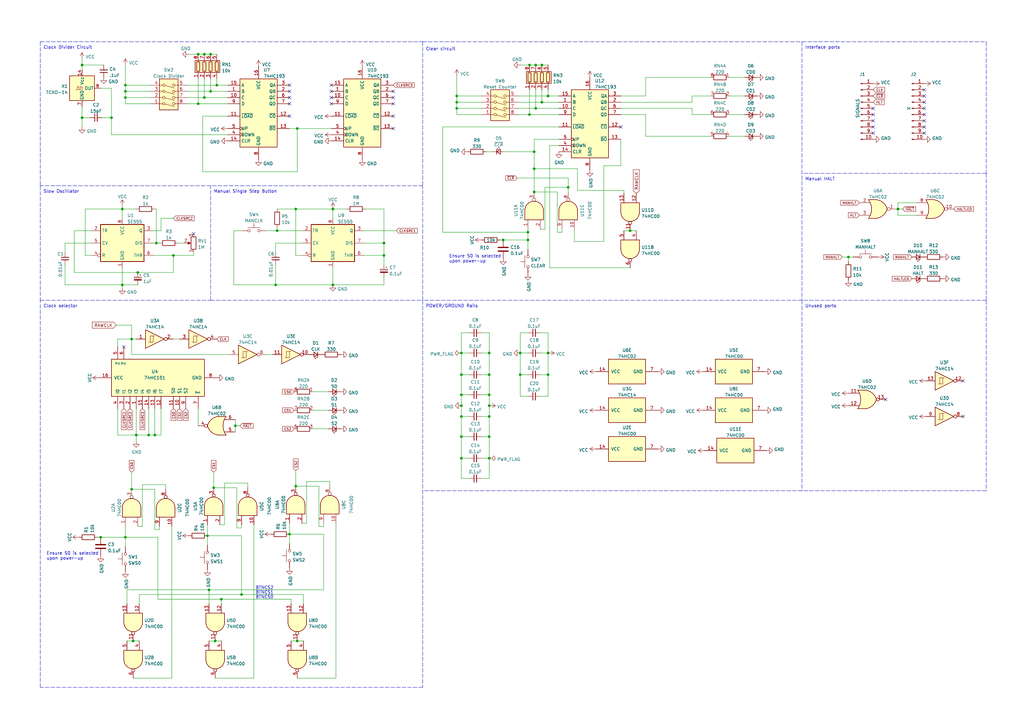
<source format=kicad_sch>
(kicad_sch (version 20231120) (generator "eeschema") (generator_version "8.0")
  (paper "A3")
  (lib_symbols
    (symbol "74xx:74HC00" (pin_names (offset 1.016))
      (property "Reference" "U" (at 0 1.27 0))
      (property "Value" "74HC00" (at 0 -1.27 0))
      (symbol "74HC00_1_1"
        (pin input line (at -7.62 2.54 0) (length 3.81) (name "~") (number "1"))
        (pin input line (at -7.62 -2.54 0) (length 3.81) (name "~") (number "2"))
        (pin output inverted (at 7.62 0 180) (length 3.81) (name "~") (number "3"))
      )
      (symbol "74HC00_1_2"
        (pin input inverted (at -7.62 2.54 0) (length 4.318) (name "~") (number "1"))
        (pin input inverted (at -7.62 -2.54 0) (length 4.318) (name "~") (number "2"))
        (pin output line (at 7.62 0 180) (length 3.81) (name "~") (number "3"))
      )
      (symbol "74HC00_2_1"
        (pin input line (at -7.62 2.54 0) (length 3.81) (name "~") (number "4"))
        (pin input line (at -7.62 -2.54 0) (length 3.81) (name "~") (number "5"))
        (pin output inverted (at 7.62 0 180) (length 3.81) (name "~") (number "6"))
      )
      (symbol "74HC00_2_2"
        (pin input inverted (at -7.62 2.54 0) (length 4.318) (name "~") (number "4"))
        (pin input inverted (at -7.62 -2.54 0) (length 4.318) (name "~") (number "5"))
        (pin output line (at 7.62 0 180) (length 3.81) (name "~") (number "6"))
      )
      (symbol "74HC00_3_1"
        (pin input line (at -7.62 -2.54 0) (length 3.81) (name "~") (number "10"))
        (pin output inverted (at 7.62 0 180) (length 3.81) (name "~") (number "8"))
        (pin input line (at -7.62 2.54 0) (length 3.81) (name "~") (number "9"))
      )
      (symbol "74HC00_3_2"
        (pin input inverted (at -7.62 -2.54 0) (length 4.318) (name "~") (number "10"))
        (pin output line (at 7.62 0 180) (length 3.81) (name "~") (number "8"))
        (pin input inverted (at -7.62 2.54 0) (length 4.318) (name "~") (number "9"))
      )
      (symbol "74HC00_4_1"
        (pin output inverted (at 7.62 0 180) (length 3.81) (name "~") (number "11"))
        (pin input line (at -7.62 2.54 0) (length 3.81) (name "~") (number "12"))
        (pin input line (at -7.62 -2.54 0) (length 3.81) (name "~") (number "13"))
      )
      (symbol "74HC00_4_2"
        (pin output line (at 7.62 0 180) (length 3.81) (name "~") (number "11"))
        (pin input inverted (at -7.62 2.54 0) (length 4.318) (name "~") (number "12"))
        (pin input inverted (at -7.62 -2.54 0) (length 4.318) (name "~") (number "13"))
      )
      (symbol "74HC00_5_0"
        (pin power_in line (at 0 12.7 270) (length 5.08) (name "VCC") (number "14"))
        (pin power_in line (at 0 -12.7 90) (length 5.08) (name "GND") (number "7"))
      )
    )
    (symbol "74xx:74HC02" (pin_names (offset 1.016))
      (property "Reference" "U" (at 0 1.27 0))
      (property "Value" "74HC02" (at 0 -1.27 0))
      (symbol "74HC02_1_1"
        (pin output inverted (at 7.62 0 180) (length 3.81) (name "~") (number "1"))
        (pin input line (at -7.62 2.54 0) (length 4.318) (name "~") (number "2"))
        (pin input line (at -7.62 -2.54 0) (length 4.318) (name "~") (number "3"))
      )
      (symbol "74HC02_1_2"
        (pin output line (at 7.62 0 180) (length 3.81) (name "~") (number "1"))
        (pin input inverted (at -7.62 2.54 0) (length 3.81) (name "~") (number "2"))
        (pin input inverted (at -7.62 -2.54 0) (length 3.81) (name "~") (number "3"))
      )
      (symbol "74HC02_2_1"
        (pin output inverted (at 7.62 0 180) (length 3.81) (name "~") (number "4"))
        (pin input line (at -7.62 2.54 0) (length 4.318) (name "~") (number "5"))
        (pin input line (at -7.62 -2.54 0) (length 4.318) (name "~") (number "6"))
      )
      (symbol "74HC02_2_2"
        (pin output line (at 7.62 0 180) (length 3.81) (name "~") (number "4"))
        (pin input inverted (at -7.62 2.54 0) (length 3.81) (name "~") (number "5"))
        (pin input inverted (at -7.62 -2.54 0) (length 3.81) (name "~") (number "6"))
      )
      (symbol "74HC02_3_1"
        (pin output inverted (at 7.62 0 180) (length 3.81) (name "~") (number "10"))
        (pin input line (at -7.62 2.54 0) (length 4.318) (name "~") (number "8"))
        (pin input line (at -7.62 -2.54 0) (length 4.318) (name "~") (number "9"))
      )
      (symbol "74HC02_3_2"
        (pin output line (at 7.62 0 180) (length 3.81) (name "~") (number "10"))
        (pin input inverted (at -7.62 2.54 0) (length 3.81) (name "~") (number "8"))
        (pin input inverted (at -7.62 -2.54 0) (length 3.81) (name "~") (number "9"))
      )
      (symbol "74HC02_4_1"
        (pin input line (at -7.62 2.54 0) (length 4.318) (name "~") (number "11"))
        (pin input line (at -7.62 -2.54 0) (length 4.318) (name "~") (number "12"))
        (pin output inverted (at 7.62 0 180) (length 3.81) (name "~") (number "13"))
      )
      (symbol "74HC02_4_2"
        (pin input inverted (at -7.62 2.54 0) (length 3.81) (name "~") (number "11"))
        (pin input inverted (at -7.62 -2.54 0) (length 3.81) (name "~") (number "12"))
        (pin output line (at 7.62 0 180) (length 3.81) (name "~") (number "13"))
      )
      (symbol "74HC02_5_0"
        (pin power_in line (at 0 12.7 270) (length 5.08) (name "VCC") (number "14"))
        (pin power_in line (at 0 -12.7 90) (length 5.08) (name "GND") (number "7"))
      )
    )
    (symbol "74xx:74HC14" (pin_names (offset 1.016))
      (property "Reference" "U" (at 0 1.27 0))
      (property "Value" "74HC14" (at 0 -1.27 0))
      (symbol "74HC14_1_0"
        (pin input line (at -7.62 0 0) (length 3.81) (name "~") (number "1"))
        (pin output inverted (at 7.62 0 180) (length 3.81) (name "~") (number "2"))
      )
      (symbol "74HC14_2_0"
        (pin input line (at -7.62 0 0) (length 3.81) (name "~") (number "3"))
        (pin output inverted (at 7.62 0 180) (length 3.81) (name "~") (number "4"))
      )
      (symbol "74HC14_3_0"
        (pin input line (at -7.62 0 0) (length 3.81) (name "~") (number "5"))
        (pin output inverted (at 7.62 0 180) (length 3.81) (name "~") (number "6"))
      )
      (symbol "74HC14_4_0"
        (pin output inverted (at 7.62 0 180) (length 3.81) (name "~") (number "8"))
        (pin input line (at -7.62 0 0) (length 3.81) (name "~") (number "9"))
      )
      (symbol "74HC14_5_0"
        (pin output inverted (at 7.62 0 180) (length 3.81) (name "~") (number "10"))
        (pin input line (at -7.62 0 0) (length 3.81) (name "~") (number "11"))
      )
      (symbol "74HC14_6_0"
        (pin output inverted (at 7.62 0 180) (length 3.81) (name "~") (number "12"))
        (pin input line (at -7.62 0 0) (length 3.81) (name "~") (number "13"))
      )
      (symbol "74HC14_7_0"
        (pin power_in line (at 0 12.7 270) (length 5.08) (name "VCC") (number "14"))
        (pin power_in line (at 0 -12.7 90) (length 5.08) (name "GND") (number "7"))
      )
    )
    (symbol "74xx:74LS151" (pin_names (offset 1.016))
      (property "Reference" "U" (at -7.62 19.05 0))
      (property "Value" "74LS151" (at -7.62 -21.59 0))
      (symbol "74LS151_1_0"
        (pin input line (at -12.7 7.62 0) (length 5.08) (name "I3") (number "1"))
        (pin input line (at -12.7 -10.16 0) (length 5.08) (name "S1") (number "10"))
        (pin input line (at -12.7 -7.62 0) (length 5.08) (name "S0") (number "11"))
        (pin input line (at -12.7 -2.54 0) (length 5.08) (name "I7") (number "12"))
        (pin input line (at -12.7 0 0) (length 5.08) (name "I6") (number "13"))
        (pin input line (at -12.7 2.54 0) (length 5.08) (name "I5") (number "14"))
        (pin input line (at -12.7 5.08 0) (length 5.08) (name "I4") (number "15"))
        (pin power_in line (at 0 22.86 270) (length 5.08) (name "VCC") (number "16"))
        (pin input line (at -12.7 10.16 0) (length 5.08) (name "I2") (number "2"))
        (pin input line (at -12.7 12.7 0) (length 5.08) (name "I1") (number "3"))
        (pin input line (at -12.7 15.24 0) (length 5.08) (name "I0") (number "4"))
        (pin output line (at 12.7 15.24 180) (length 5.08) (name "Z") (number "5"))
        (pin output line (at 12.7 12.7 180) (length 5.08) (name "~{Z}") (number "6"))
        (pin input line (at -12.7 -17.78 0) (length 5.08) (name "~{E}") (number "7"))
        (pin power_in line (at 0 -25.4 90) (length 5.08) (name "GND") (number "8"))
        (pin input line (at -12.7 -12.7 0) (length 5.08) (name "S2") (number "9"))
      )
    )
    (symbol "74xx:74LS193"
      (property "Reference" "U" (at -7.62 13.97 0))
      (property "Value" "74LS193" (at 5.08 13.97 0))
      (symbol "74LS193_1_0"
        (pin input line (at -12.7 7.62 0) (length 5.08) (name "B") (number "1"))
        (pin input line (at -12.7 5.08 0) (length 5.08) (name "C") (number "10"))
        (pin input line (at -12.7 -2.54 0) (length 5.08) (name "~{LOAD}") (number "11"))
        (pin output line (at 12.7 -2.54 180) (length 5.08) (name "~{CO}") (number "12"))
        (pin output line (at 12.7 -7.62 180) (length 5.08) (name "~{BO}") (number "13"))
        (pin input line (at -12.7 -12.7 0) (length 5.08) (name "CLR") (number "14"))
        (pin input line (at -12.7 10.16 0) (length 5.08) (name "A") (number "15"))
        (pin power_in line (at 0 17.78 270) (length 5.08) (name "VCC") (number "16"))
        (pin output line (at 12.7 7.62 180) (length 5.08) (name "QB") (number "2"))
        (pin output line (at 12.7 10.16 180) (length 5.08) (name "QA") (number "3"))
        (pin input clock (at -12.7 -10.16 0) (length 5.08) (name "DOWN") (number "4"))
        (pin input clock (at -12.7 -7.62 0) (length 5.08) (name "UP") (number "5"))
        (pin output line (at 12.7 5.08 180) (length 5.08) (name "QC") (number "6"))
        (pin output line (at 12.7 2.54 180) (length 5.08) (name "QD") (number "7"))
        (pin power_in line (at 0 -20.32 90) (length 5.08) (name "GND") (number "8"))
        (pin input line (at -12.7 2.54 0) (length 5.08) (name "D") (number "9"))
      )
    )
    (symbol "Connector:Conn_01x10_Male" (pin_names (offset 1.016) hide)
      (property "Reference" "J" (at 0 12.7 0))
      (property "Value" "Conn_01x10_Male" (at 0 -15.24 0))
      (symbol "Conn_01x10_Male_1_1"
        (pin passive line (at 5.08 10.16 180) (length 3.81) (name "Pin_1") (number "1"))
        (pin passive line (at 5.08 -12.7 180) (length 3.81) (name "Pin_10") (number "10"))
        (pin passive line (at 5.08 7.62 180) (length 3.81) (name "Pin_2") (number "2"))
        (pin passive line (at 5.08 5.08 180) (length 3.81) (name "Pin_3") (number "3"))
        (pin passive line (at 5.08 2.54 180) (length 3.81) (name "Pin_4") (number "4"))
        (pin passive line (at 5.08 0 180) (length 3.81) (name "Pin_5") (number "5"))
        (pin passive line (at 5.08 -2.54 180) (length 3.81) (name "Pin_6") (number "6"))
        (pin passive line (at 5.08 -5.08 180) (length 3.81) (name "Pin_7") (number "7"))
        (pin passive line (at 5.08 -7.62 180) (length 3.81) (name "Pin_8") (number "8"))
        (pin passive line (at 5.08 -10.16 180) (length 3.81) (name "Pin_9") (number "9"))
      )
    )
    (symbol "Device:C" (pin_numbers hide) (pin_names (offset 0.254))
      (property "Reference" "C" (at 0.635 2.54 0))
      (property "Value" "C" (at 0.635 -2.54 0))
      (symbol "C_1_1"
        (pin passive line (at 0 3.81 270) (length 2.794) (name "~") (number "1"))
        (pin passive line (at 0 -3.81 90) (length 2.794) (name "~") (number "2"))
      )
    )
    (symbol "Device:C_Polarized_Small" (pin_numbers hide) (pin_names (offset 0.254) hide)
      (property "Reference" "C" (at 0.254 1.778 0))
      (property "Value" "C_Polarized_Small" (at 0.254 -2.032 0))
      (symbol "C_Polarized_Small_1_1"
        (pin passive line (at 0 2.54 270) (length 1.8542) (name "~") (number "1"))
        (pin passive line (at 0 -2.54 90) (length 1.8542) (name "~") (number "2"))
      )
    )
    (symbol "Device:C_Small" (pin_numbers hide) (pin_names (offset 0.254) hide)
      (property "Reference" "C" (at 0.254 1.778 0))
      (property "Value" "C_Small" (at 0.254 -2.032 0))
      (symbol "C_Small_1_1"
        (pin passive line (at 0 2.54 270) (length 2.032) (name "~") (number "1"))
        (pin passive line (at 0 -2.54 90) (length 2.032) (name "~") (number "2"))
      )
    )
    (symbol "Device:LED_Small" (pin_numbers hide) (pin_names (offset 0.254) hide)
      (property "Reference" "D" (at -1.27 3.175 0))
      (property "Value" "LED_Small" (at -4.445 -2.54 0))
      (symbol "LED_Small_1_1"
        (pin passive line (at -2.54 0 0) (length 1.778) (name "K") (number "1"))
        (pin passive line (at 2.54 0 180) (length 1.778) (name "A") (number "2"))
      )
    )
    (symbol "Device:R" (pin_numbers hide) (pin_names (offset 0))
      (property "Reference" "R" (at 2.032 0 90))
      (property "Value" "R" (at 0 0 90))
      (symbol "R_1_1"
        (pin passive line (at 0 3.81 270) (length 1.27) (name "~") (number "1"))
        (pin passive line (at 0 -3.81 90) (length 1.27) (name "~") (number "2"))
      )
    )
    (symbol "Device:R_Pack04" (pin_names (offset 0) hide)
      (property "Reference" "RN" (at -7.62 0 90))
      (property "Value" "R_Pack04" (at 5.08 0 90))
      (symbol "R_Pack04_1_1"
        (pin passive line (at -5.08 -5.08 90) (length 2.54) (name "R1.1") (number "1"))
        (pin passive line (at -2.54 -5.08 90) (length 2.54) (name "R2.1") (number "2"))
        (pin passive line (at 0 -5.08 90) (length 2.54) (name "R3.1") (number "3"))
        (pin passive line (at 2.54 -5.08 90) (length 2.54) (name "R4.1") (number "4"))
        (pin passive line (at 2.54 5.08 270) (length 2.54) (name "R4.2") (number "5"))
        (pin passive line (at 0 5.08 270) (length 2.54) (name "R3.2") (number "6"))
        (pin passive line (at -2.54 5.08 270) (length 2.54) (name "R2.2") (number "7"))
        (pin passive line (at -5.08 5.08 270) (length 2.54) (name "R1.2") (number "8"))
      )
    )
    (symbol "Device:R_Pack04_Split" (pin_names (offset 0) hide)
      (property "Reference" "RN" (at 2.032 0 90))
      (property "Value" "R_Pack04_Split" (at 0 0 90))
      (symbol "R_Pack04_Split_1_1"
        (pin passive line (at 0 -3.81 90) (length 1.27) (name "R1.1") (number "1"))
        (pin passive line (at 0 3.81 270) (length 1.27) (name "R1.2") (number "8"))
      )
      (symbol "R_Pack04_Split_2_1"
        (pin passive line (at 0 -3.81 90) (length 1.27) (name "R2.1") (number "2"))
        (pin passive line (at 0 3.81 270) (length 1.27) (name "R2.2") (number "7"))
      )
      (symbol "R_Pack04_Split_3_1"
        (pin passive line (at 0 -3.81 90) (length 1.27) (name "R3.1") (number "3"))
        (pin passive line (at 0 3.81 270) (length 1.27) (name "R3.2") (number "6"))
      )
      (symbol "R_Pack04_Split_4_1"
        (pin passive line (at 0 -3.81 90) (length 1.27) (name "R4.1") (number "4"))
        (pin passive line (at 0 3.81 270) (length 1.27) (name "R4.2") (number "5"))
      )
    )
    (symbol "Device:R_Potentiometer" (pin_names (offset 1.016) hide)
      (property "Reference" "RV" (at -4.445 0 90))
      (property "Value" "R_Potentiometer" (at -2.54 0 90))
      (symbol "R_Potentiometer_1_1"
        (pin passive line (at 0 3.81 270) (length 1.27) (name "1") (number "1"))
        (pin passive line (at 3.81 0 180) (length 1.27) (name "2") (number "2"))
        (pin passive line (at 0 -3.81 90) (length 1.27) (name "3") (number "3"))
      )
    )
    (symbol "Oscillator:TCXO-14" (pin_names (offset 0.254))
      (property "Reference" "X" (at -5.08 6.35 0))
      (property "Value" "TCXO-14" (at 1.27 -6.35 0))
      (symbol "TCXO-14_1_1"
        (pin no_connect line (at -7.62 0 0) (length 2.54) hide (name "NC") (number "1"))
        (pin power_in line (at 0 7.62 270) (length 2.54) (name "Vcc") (number "14"))
        (pin power_in line (at 0 -7.62 90) (length 2.54) (name "GND") (number "7"))
        (pin output line (at 7.62 0 180) (length 2.54) (name "OUT") (number "8"))
      )
    )
    (symbol "Switch:SW_DIP_x04" (pin_names (offset 0) hide)
      (property "Reference" "SW" (at 0 8.89 0))
      (property "Value" "SW_DIP_x04" (at 0 -6.35 0))
      (symbol "SW_DIP_x04_1_1"
        (pin passive line (at -7.62 5.08 0) (length 5.08) (name "~") (number "1"))
        (pin passive line (at -7.62 2.54 0) (length 5.08) (name "~") (number "2"))
        (pin passive line (at -7.62 0 0) (length 5.08) (name "~") (number "3"))
        (pin passive line (at -7.62 -2.54 0) (length 5.08) (name "~") (number "4"))
        (pin passive line (at 7.62 -2.54 180) (length 5.08) (name "~") (number "5"))
        (pin passive line (at 7.62 0 180) (length 5.08) (name "~") (number "6"))
        (pin passive line (at 7.62 2.54 180) (length 5.08) (name "~") (number "7"))
        (pin passive line (at 7.62 5.08 180) (length 5.08) (name "~") (number "8"))
      )
    )
    (symbol "Switch:SW_Push" (pin_numbers hide) (pin_names (offset 1.016) hide)
      (property "Reference" "SW" (at 1.27 2.54 0))
      (property "Value" "SW_Push" (at 0 -1.524 0))
      (symbol "SW_Push_0_1"
        (pin passive line (at -5.08 0 0) (length 2.54) (name "1") (number "1"))
        (pin passive line (at 5.08 0 180) (length 2.54) (name "2") (number "2"))
      )
    )
    (symbol "Timer:LM555xM"
      (property "Reference" "U" (at -10.16 8.89 0))
      (property "Value" "LM555xM" (at 2.54 8.89 0))
      (symbol "LM555xM_0_0"
        (pin power_in line (at 0 -10.16 90) (length 2.54) (name "GND") (number "1"))
        (pin power_in line (at 0 10.16 270) (length 2.54) (name "VCC") (number "8"))
      )
      (symbol "LM555xM_1_1"
        (pin input line (at -12.7 5.08 0) (length 3.81) (name "TR") (number "2"))
        (pin output line (at 12.7 5.08 180) (length 3.81) (name "Q") (number "3"))
        (pin input inverted (at -12.7 -5.08 0) (length 3.81) (name "R") (number "4"))
        (pin input line (at -12.7 0 0) (length 3.81) (name "CV") (number "5"))
        (pin input line (at 12.7 -5.08 180) (length 3.81) (name "THR") (number "6"))
        (pin input line (at 12.7 0 180) (length 3.81) (name "DIS") (number "7"))
      )
    )
    (symbol "power:GND" (power) (pin_names (offset 0))
      (property "Value" "GND" (at 0 -3.81 0))
      (symbol "GND_1_1"
        (pin power_in line (at 0 0 270) (length 0) hide (name "GND") (number "1"))
      )
    )
    (symbol "power:PWR_FLAG" (power) (pin_numbers hide) (pin_names (offset 0) hide)
      (property "Value" "PWR_FLAG" (at 0 3.81 0))
      (symbol "PWR_FLAG_0_0"
        (pin power_out line (at 0 0 90) (length 0) (name "pwr") (number "1"))
      )
    )
    (symbol "power:VCC" (power) (pin_names (offset 0))
      (property "Value" "VCC" (at 0 3.81 0))
      (symbol "VCC_1_1"
        (pin power_in line (at 0 0 90) (length 0) hide (name "VCC") (number "1"))
      )
    )
  )
  (junction (at 51.435 34.925))
  (junction (at 45.72 48.26))
  (junction (at 54.61 262.89))
  (junction (at 157.48 104.775))
  (junction (at 224.79 153.67))
  (junction (at 216.535 98.425))
  (junction (at 85.09 219.71))
  (junction (at 213.36 153.67))
  (junction (at 99.06 243.84))
  (junction (at 41.275 220.345))
  (junction (at 200.66 144.78))
  (junction (at 213.36 144.78))
  (junction (at 33.655 26.67))
  (junction (at 189.23 179.07))
  (junction (at 200.66 170.815))
  (junction (at 200.66 153.67))
  (junction (at 55.88 178.435))
  (junction (at 121.285 199.39))
  (junction (at 189.23 161.925))
  (junction (at 200.66 187.96))
  (junction (at 121.92 52.705))
  (junction (at 88.265 262.89))
  (junction (at 258.445 94.615))
  (junction (at 118.745 219.075))
  (junction (at 83.82 40.005))
  (junction (at 86.36 37.465))
  (junction (at 71.12 104.775))
  (junction (at 81.28 22.225))
  (junction (at 33.655 48.26))
  (junction (at 51.435 220.345))
  (junction (at 60.96 178.435))
  (junction (at 53.975 200.66))
  (junction (at 219.075 69.215))
  (junction (at 224.79 39.37))
  (junction (at 219.71 44.45))
  (junction (at 219.71 26.67))
  (junction (at 217.17 46.99))
  (junction (at 50.165 116.84))
  (junction (at 51.435 40.005))
  (junction (at 206.375 98.425))
  (junction (at 216.535 95.25))
  (junction (at 187.325 41.91))
  (junction (at 85.725 241.935))
  (junction (at 113.665 94.615))
  (junction (at 90.805 245.745))
  (junction (at 224.79 144.78))
  (junction (at 87.63 200.025))
  (junction (at 63.5 178.435))
  (junction (at 222.25 26.67))
  (junction (at 50.165 85.725))
  (junction (at 81.28 42.545))
  (junction (at 368.3 85.725))
  (junction (at 219.075 78.74))
  (junction (at 189.23 166.37))
  (junction (at 189.23 170.815))
  (junction (at 219.075 62.23))
  (junction (at 189.23 187.96))
  (junction (at 51.435 37.465))
  (junction (at 157.48 99.695))
  (junction (at 189.23 144.78))
  (junction (at 189.23 153.67))
  (junction (at 53.975 139.065))
  (junction (at 217.17 26.67))
  (junction (at 86.36 22.225))
  (junction (at 121.285 85.725))
  (junction (at 200.66 166.37))
  (junction (at 222.25 41.91))
  (junction (at 88.9 34.925))
  (junction (at 187.325 44.45))
  (junction (at 347.98 105.41))
  (junction (at 136.525 85.725))
  (junction (at 200.66 161.925))
  (junction (at 56.515 111.76))
  (junction (at 200.66 179.07))
  (junction (at 83.82 22.225))
  (junction (at 96.52 174.625))
  (junction (at 233.045 76.835))
  (junction (at 136.525 116.84))
  (junction (at 64.135 99.695))
  (junction (at 187.325 39.37))
  (junction (at 121.92 262.89))
  (junction (at 113.03 116.84))
  (no_connect (at 161.29 52.705))
  (no_connect (at 161.29 37.465))
  (no_connect (at 161.29 42.545))
  (no_connect (at 161.29 40.005))
  (no_connect (at 161.29 47.625))
  (no_connect (at 135.89 34.925))
  (no_connect (at 135.89 37.465))
  (no_connect (at 135.89 40.005))
  (no_connect (at 135.89 42.545))
  (no_connect (at 379.095 39.37))
  (no_connect (at 379.095 41.91))
  (no_connect (at 379.095 36.83))
  (no_connect (at 394.97 156.21))
  (no_connect (at 118.745 47.625))
  (no_connect (at 254.635 52.07))
  (no_connect (at 394.97 170.815))
  (no_connect (at 50.8 142.24))
  (no_connect (at 79.375 95.885))
  (no_connect (at 379.095 44.45))
  (no_connect (at 379.095 46.99))
  (no_connect (at 379.095 49.53))
  (no_connect (at 379.095 52.07))
  (no_connect (at 379.095 54.61))
  (no_connect (at 358.14 46.99))
  (no_connect (at 358.14 44.45))
  (no_connect (at 358.14 52.07))
  (no_connect (at 358.14 49.53))
  (no_connect (at 118.745 34.925))
  (no_connect (at 118.745 37.465))
  (no_connect (at 118.745 40.005))
  (no_connect (at 118.745 42.545))
  (no_connect (at 363.22 163.83))
  (no_connect (at 358.14 54.61))
  (wire (pts (xy 213.36 136.525) (xy 213.36 144.78)))
  (wire (pts (xy 219.71 36.83) (xy 219.71 44.45)))
  (wire (pts (xy 137.795 214.63) (xy 137.795 278.13)))
  (wire (pts (xy 95.885 94.615) (xy 95.885 116.84)))
  (wire (pts (xy 225.425 109.855) (xy 225.425 59.69)))
  (wire (pts (xy 113.665 94.615) (xy 123.825 94.615)))
  (wire (pts (xy 368.3 88.265) (xy 375.92 88.265)))
  (wire (pts (xy 219.075 69.215) (xy 236.855 69.215)))
  (wire (pts (xy 51.435 220.345) (xy 64.77 220.345)))
  (wire (pts (xy 37.465 104.775) (xy 34.925 104.775)))
  (wire (pts (xy 56.515 111.76) (xy 71.12 111.76)))
  (wire (pts (xy 222.25 36.83) (xy 222.25 41.91)))
  (wire (pts (xy 113.665 85.725) (xy 121.285 85.725)))
  (wire (pts (xy 90.805 245.745) (xy 119.38 245.745)))
  (wire (pts (xy 53.975 200.66) (xy 63.5 200.66)))
  (wire (pts (xy 221.615 153.67) (xy 224.79 153.67)))
  (wire (pts (xy 212.725 46.99) (xy 217.17 46.99)))
  (wire (pts (xy 216.535 136.525) (xy 213.36 136.525)))
  (wire (pts (xy 223.52 93.98) (xy 221.615 93.98)))
  (wire (pts (xy 189.23 144.78) (xy 192.405 144.78)))
  (wire (pts (xy 187.325 41.91) (xy 197.485 41.91)))
  (wire (pts (xy 79.375 103.505) (xy 79.375 104.775)))
  (wire (pts (xy 121.92 262.89) (xy 124.46 262.89)))
  (wire (pts (xy 264.795 31.75) (xy 291.465 31.75)))
  (wire (pts (xy 219.075 57.15) (xy 229.235 57.15)))
  (wire (pts (xy 219.075 62.23) (xy 219.075 57.15)))
  (wire (pts (xy 83.82 22.225) (xy 86.36 22.225)))
  (wire (pts (xy 224.79 162.56) (xy 224.79 153.67)))
  (wire (pts (xy 85.725 241.935) (xy 85.725 247.65)))
  (wire (pts (xy 33.655 24.13) (xy 33.655 26.67)))
  (wire (pts (xy 130.81 215.9) (xy 132.715 215.9)))
  (polyline (pts (xy 173.355 76.2) (xy 16.51 76.2)) (stroke (width 0) (type dash)))
  (wire (pts (xy 212.725 41.91) (xy 222.25 41.91)))
  (wire (pts (xy 228.6 95.25) (xy 230.505 95.25)))
  (wire (pts (xy 264.795 39.37) (xy 264.795 31.75)))
  (wire (pts (xy 197.485 196.215) (xy 200.66 196.215)))
  (wire (pts (xy 247.65 67.945) (xy 247.65 99.06)))
  (wire (pts (xy 121.285 104.775) (xy 121.285 85.725)))
  (wire (pts (xy 225.425 59.69) (xy 229.235 59.69)))
  (wire (pts (xy 247.65 99.06) (xy 235.585 99.06)))
  (wire (pts (xy 124.46 243.84) (xy 124.46 247.65)))
  (wire (pts (xy 255.905 94.615) (xy 258.445 94.615)))
  (wire (pts (xy 157.48 85.725) (xy 149.86 85.725)))
  (wire (pts (xy 99.06 219.71) (xy 99.06 243.84)))
  (wire (pts (xy 187.325 46.99) (xy 197.485 46.99)))
  (wire (pts (xy 118.745 219.075) (xy 118.745 214.63)))
  (wire (pts (xy 96.52 174.625) (xy 96.52 177.165)))
  (polyline (pts (xy 404.495 201.295) (xy 328.93 201.295)) (stroke (width 0) (type dash)))
  (wire (pts (xy 254.635 44.45) (xy 283.845 44.45)))
  (wire (pts (xy 128.27 168.275) (xy 134.62 168.275)))
  (wire (pts (xy 233.045 78.74) (xy 233.045 76.835)))
  (wire (pts (xy 58.42 198.755) (xy 58.42 215.9)))
  (wire (pts (xy 197.485 144.78) (xy 200.66 144.78)))
  (wire (pts (xy 181.61 52.07) (xy 181.61 95.25)))
  (polyline (pts (xy 328.93 123.19) (xy 173.355 123.19)) (stroke (width 0) (type dash)))
  (wire (pts (xy 85.09 223.52) (xy 85.09 219.71)))
  (wire (pts (xy 93.345 47.625) (xy 83.185 47.625)))
  (polyline (pts (xy 328.93 17.145) (xy 404.495 17.145)) (stroke (width 0) (type dash)))
  (wire (pts (xy 187.325 44.45) (xy 187.325 46.99)))
  (wire (pts (xy 45.72 55.245) (xy 93.345 55.245)))
  (wire (pts (xy 367.665 85.725) (xy 368.3 85.725)))
  (wire (pts (xy 233.045 76.835) (xy 233.045 73.025)))
  (wire (pts (xy 254.635 41.91) (xy 283.845 41.91)))
  (wire (pts (xy 64.135 99.695) (xy 64.135 85.725)))
  (wire (pts (xy 368.3 85.725) (xy 368.3 88.265)))
  (wire (pts (xy 83.82 32.385) (xy 83.82 40.005)))
  (wire (pts (xy 101.6 200.025) (xy 101.6 198.12)))
  (wire (pts (xy 189.23 166.37) (xy 189.23 170.815)))
  (wire (pts (xy 132.715 215.9) (xy 132.715 214.63)))
  (wire (pts (xy 48.26 167.64) (xy 48.26 178.435)))
  (wire (pts (xy 213.36 162.56) (xy 213.36 153.67)))
  (wire (pts (xy 299.085 39.37) (xy 305.435 39.37)))
  (wire (pts (xy 64.135 99.695) (xy 65.405 99.695)))
  (wire (pts (xy 37.465 94.615) (xy 30.48 94.615)))
  (wire (pts (xy 81.28 42.545) (xy 93.345 42.545)))
  (wire (pts (xy 213.36 144.78) (xy 213.36 153.67)))
  (wire (pts (xy 50.165 118.11) (xy 50.165 116.84)))
  (wire (pts (xy 34.925 85.725) (xy 50.165 85.725)))
  (wire (pts (xy 197.485 170.815) (xy 200.66 170.815)))
  (wire (pts (xy 62.865 99.695) (xy 64.135 99.695)))
  (wire (pts (xy 45.72 48.26) (xy 45.72 36.195)))
  (wire (pts (xy 136.525 89.535) (xy 136.525 85.725)))
  (wire (pts (xy 70.485 278.13) (xy 54.61 278.13)))
  (wire (pts (xy 86.36 32.385) (xy 86.36 37.465)))
  (wire (pts (xy 157.48 113.665) (xy 157.48 116.84)))
  (wire (pts (xy 113.665 93.345) (xy 113.665 94.615)))
  (wire (pts (xy 283.845 46.99) (xy 291.465 46.99)))
  (wire (pts (xy 64.77 245.745) (xy 90.805 245.745)))
  (wire (pts (xy 299.085 31.75) (xy 305.435 31.75)))
  (wire (pts (xy 40.005 220.345) (xy 41.275 220.345)))
  (wire (pts (xy 137.795 278.13) (xy 121.92 278.13)))
  (wire (pts (xy 26.67 116.84) (xy 50.165 116.84)))
  (wire (pts (xy 200.66 187.96) (xy 200.66 179.07)))
  (wire (pts (xy 85.09 219.71) (xy 85.09 215.265)))
  (wire (pts (xy 55.88 167.64) (xy 55.88 178.435)))
  (wire (pts (xy 187.325 44.45) (xy 197.485 44.45)))
  (wire (pts (xy 53.975 193.675) (xy 53.975 200.66)))
  (wire (pts (xy 51.435 40.005) (xy 61.595 40.005)))
  (wire (pts (xy 45.72 55.245) (xy 45.72 48.26)))
  (wire (pts (xy 200.66 144.78) (xy 200.66 136.525)))
  (wire (pts (xy 254.635 39.37) (xy 264.795 39.37)))
  (wire (pts (xy 92.075 215.265) (xy 90.17 215.265)))
  (wire (pts (xy 76.835 34.925) (xy 88.9 34.925)))
  (wire (pts (xy 213.36 153.67) (xy 216.535 153.67)))
  (wire (pts (xy 121.92 52.705) (xy 135.89 52.705)))
  (wire (pts (xy 216.535 95.25) (xy 216.535 93.98)))
  (wire (pts (xy 54.61 262.89) (xy 57.15 262.89)))
  (wire (pts (xy 79.375 104.775) (xy 71.12 104.775)))
  (wire (pts (xy 254.635 67.945) (xy 247.65 67.945)))
  (polyline (pts (xy 328.93 123.19) (xy 328.93 201.295)) (stroke (width 0) (type dash)))
  (wire (pts (xy 181.61 95.25) (xy 216.535 95.25)))
  (wire (pts (xy 51.435 37.465) (xy 51.435 40.005)))
  (wire (pts (xy 189.23 170.815) (xy 189.23 179.07)))
  (wire (pts (xy 189.23 144.78) (xy 189.23 153.67)))
  (polyline (pts (xy 16.51 17.145) (xy 16.51 76.2)) (stroke (width 0) (type dash)))
  (wire (pts (xy 66.04 94.615) (xy 66.04 89.535)))
  (wire (pts (xy 189.23 179.07) (xy 192.405 179.07)))
  (wire (pts (xy 81.28 167.64) (xy 81.28 174.625)))
  (wire (pts (xy 66.04 178.435) (xy 66.04 167.64)))
  (wire (pts (xy 235.585 99.06) (xy 235.585 93.98)))
  (wire (pts (xy 113.03 116.84) (xy 136.525 116.84)))
  (wire (pts (xy 207.01 62.23) (xy 219.075 62.23)))
  (wire (pts (xy 85.725 241.935) (xy 52.07 241.935)))
  (wire (pts (xy 95.885 116.84) (xy 113.03 116.84)))
  (wire (pts (xy 347.98 105.41) (xy 349.885 105.41)))
  (wire (pts (xy 97.155 216.535) (xy 99.06 216.535)))
  (polyline (pts (xy 16.51 281.94) (xy 16.51 123.19)) (stroke (width 0) (type dash)))
  (wire (pts (xy 70.485 215.9) (xy 70.485 278.13)))
  (wire (pts (xy 228.6 78.74) (xy 228.6 95.25)))
  (wire (pts (xy 71.12 139.065) (xy 73.66 139.065)))
  (polyline (pts (xy 173.355 123.19) (xy 173.355 281.94)) (stroke (width 0) (type dash)))
  (wire (pts (xy 99.06 243.84) (xy 124.46 243.84)))
  (wire (pts (xy 189.23 161.925) (xy 189.23 166.37)))
  (polyline (pts (xy 173.355 17.145) (xy 173.355 76.2)) (stroke (width 0) (type dash)))
  (wire (pts (xy 229.235 52.07) (xy 181.61 52.07)))
  (wire (pts (xy 205.105 98.425) (xy 206.375 98.425)))
  (wire (pts (xy 50.165 116.84) (xy 56.515 116.84)))
  (wire (pts (xy 192.405 136.525) (xy 189.23 136.525)))
  (wire (pts (xy 136.525 85.725) (xy 142.24 85.725)))
  (wire (pts (xy 187.325 31.115) (xy 187.325 39.37)))
  (wire (pts (xy 55.88 178.435) (xy 60.96 178.435)))
  (wire (pts (xy 157.48 99.695) (xy 157.48 104.775)))
  (wire (pts (xy 200.66 179.07) (xy 200.66 170.815)))
  (wire (pts (xy 219.075 78.74) (xy 219.075 69.215)))
  (wire (pts (xy 104.14 278.13) (xy 88.265 278.13)))
  (wire (pts (xy 189.23 153.67) (xy 189.23 161.925)))
  (wire (pts (xy 113.03 99.695) (xy 113.03 103.505)))
  (wire (pts (xy 53.975 133.35) (xy 53.975 139.065)))
  (wire (pts (xy 88.9 32.385) (xy 88.9 34.925)))
  (wire (pts (xy 33.655 43.815) (xy 33.655 48.26)))
  (wire (pts (xy 86.36 22.225) (xy 88.9 22.225)))
  (wire (pts (xy 48.26 178.435) (xy 55.88 178.435)))
  (wire (pts (xy 83.185 47.625) (xy 83.185 70.485)))
  (wire (pts (xy 83.185 70.485) (xy 121.92 70.485)))
  (wire (pts (xy 283.845 39.37) (xy 291.465 39.37)))
  (wire (pts (xy 345.44 105.41) (xy 347.98 105.41)))
  (polyline (pts (xy 16.51 76.2) (xy 16.51 123.19)) (stroke (width 0) (type dash)))
  (wire (pts (xy 73.025 99.695) (xy 75.565 99.695)))
  (polyline (pts (xy 404.495 71.12) (xy 404.495 123.19)) (stroke (width 0) (type dash)))
  (wire (pts (xy 299.085 55.88) (xy 305.435 55.88)))
  (wire (pts (xy 199.39 62.23) (xy 201.93 62.23)))
  (wire (pts (xy 212.09 73.025) (xy 233.045 73.025)))
  (wire (pts (xy 157.48 104.775) (xy 149.225 104.775)))
  (wire (pts (xy 230.505 95.25) (xy 230.505 93.98)))
  (wire (pts (xy 187.325 41.91) (xy 187.325 44.45)))
  (wire (pts (xy 85.725 262.89) (xy 88.265 262.89)))
  (wire (pts (xy 264.795 55.88) (xy 291.465 55.88)))
  (wire (pts (xy 121.285 199.39) (xy 130.81 199.39)))
  (wire (pts (xy 217.17 36.83) (xy 217.17 46.99)))
  (wire (pts (xy 200.66 161.925) (xy 200.66 153.67)))
  (wire (pts (xy 224.79 39.37) (xy 229.235 39.37)))
  (wire (pts (xy 26.67 108.585) (xy 26.67 116.84)))
  (wire (pts (xy 157.48 108.585) (xy 157.48 104.775)))
  (wire (pts (xy 65.405 217.17) (xy 65.405 215.9)))
  (wire (pts (xy 99.06 94.615) (xy 95.885 94.615)))
  (wire (pts (xy 299.085 46.99) (xy 305.435 46.99)))
  (wire (pts (xy 71.12 104.775) (xy 62.865 104.775)))
  (wire (pts (xy 212.725 39.37) (xy 224.79 39.37)))
  (wire (pts (xy 197.485 179.07) (xy 200.66 179.07)))
  (wire (pts (xy 33.655 26.67) (xy 42.545 26.67)))
  (wire (pts (xy 136.525 116.84) (xy 157.48 116.84)))
  (wire (pts (xy 136.525 109.855) (xy 136.525 116.84)))
  (wire (pts (xy 217.17 46.99) (xy 229.235 46.99)))
  (wire (pts (xy 76.835 42.545) (xy 81.28 42.545)))
  (wire (pts (xy 223.52 76.835) (xy 223.52 93.98)))
  (wire (pts (xy 125.73 214.63) (xy 123.825 214.63)))
  (wire (pts (xy 63.5 178.435) (xy 66.04 178.435)))
  (wire (pts (xy 81.28 22.225) (xy 83.82 22.225)))
  (wire (pts (xy 187.325 39.37) (xy 187.325 41.91)))
  (wire (pts (xy 50.165 85.725) (xy 55.88 85.725)))
  (wire (pts (xy 50.165 109.855) (xy 50.165 116.84)))
  (wire (pts (xy 212.725 44.45) (xy 219.71 44.45)))
  (wire (pts (xy 233.045 76.835) (xy 223.52 76.835)))
  (wire (pts (xy 88.9 34.925) (xy 93.345 34.925)))
  (wire (pts (xy 283.845 44.45) (xy 283.845 46.99)))
  (polyline (pts (xy 404.495 17.145) (xy 404.495 71.12)) (stroke (width 0) (type dash)))
  (wire (pts (xy 135.255 199.39) (xy 135.255 197.485)))
  (wire (pts (xy 63.5 217.17) (xy 65.405 217.17)))
  (polyline (pts (xy 328.93 201.295) (xy 173.355 201.295)) (stroke (width 0) (type dash)))
  (polyline (pts (xy 86.36 123.19) (xy 86.36 76.2)) (stroke (width 0) (type dash)))
  (wire (pts (xy 123.825 104.775) (xy 121.285 104.775)))
  (wire (pts (xy 222.25 26.67) (xy 224.79 26.67)))
  (polyline (pts (xy 86.36 123.19) (xy 173.355 123.19)) (stroke (width 0) (type dash)))
  (wire (pts (xy 99.06 243.84) (xy 57.15 243.84)))
  (wire (pts (xy 63.5 200.66) (xy 63.5 217.17)))
  (polyline (pts (xy 328.93 17.145) (xy 328.93 123.19)) (stroke (width 0) (type dash)))
  (wire (pts (xy 113.03 108.585) (xy 113.03 116.84)))
  (wire (pts (xy 219.075 69.215) (xy 219.075 62.23)))
  (wire (pts (xy 41.275 36.195) (xy 45.72 36.195)))
  (wire (pts (xy 41.275 220.345) (xy 51.435 220.345)))
  (wire (pts (xy 187.325 39.37) (xy 197.485 39.37)))
  (wire (pts (xy 26.67 99.695) (xy 26.67 103.505)))
  (wire (pts (xy 135.255 197.485) (xy 125.73 197.485)))
  (wire (pts (xy 96.52 174.625) (xy 98.425 174.625)))
  (wire (pts (xy 189.23 187.96) (xy 192.405 187.96)))
  (wire (pts (xy 200.66 136.525) (xy 197.485 136.525)))
  (wire (pts (xy 51.435 220.345) (xy 51.435 215.9)))
  (wire (pts (xy 52.07 262.89) (xy 54.61 262.89)))
  (wire (pts (xy 51.435 26.67) (xy 51.435 34.925)))
  (wire (pts (xy 200.66 153.67) (xy 200.66 144.78)))
  (wire (pts (xy 121.92 52.705) (xy 118.745 52.705)))
  (wire (pts (xy 213.36 144.78) (xy 216.535 144.78)))
  (wire (pts (xy 58.42 215.9) (xy 56.515 215.9)))
  (wire (pts (xy 121.92 70.485) (xy 121.92 52.705)))
  (wire (pts (xy 62.865 94.615) (xy 66.04 94.615)))
  (wire (pts (xy 60.96 178.435) (xy 63.5 178.435)))
  (wire (pts (xy 87.63 200.025) (xy 97.155 200.025)))
  (wire (pts (xy 189.23 196.215) (xy 192.405 196.215)))
  (wire (pts (xy 118.745 219.075) (xy 118.745 222.885)))
  (wire (pts (xy 189.23 136.525) (xy 189.23 144.78)))
  (wire (pts (xy 53.975 139.065) (xy 55.88 139.065)))
  (wire (pts (xy 197.485 187.96) (xy 200.66 187.96)))
  (wire (pts (xy 200.66 170.815) (xy 200.66 166.37)))
  (wire (pts (xy 57.15 243.84) (xy 57.15 247.65)))
  (wire (pts (xy 200.66 166.37) (xy 200.66 161.925)))
  (wire (pts (xy 206.375 98.425) (xy 216.535 98.425)))
  (wire (pts (xy 216.535 98.425) (xy 216.535 95.25)))
  (wire (pts (xy 219.71 44.45) (xy 229.235 44.45)))
  (wire (pts (xy 254.635 57.15) (xy 254.635 67.945)))
  (polyline (pts (xy 173.355 281.94) (xy 16.51 281.94)) (stroke (width 0) (type dash)))
  (wire (pts (xy 189.23 187.96) (xy 189.23 196.215)))
  (wire (pts (xy 200.66 196.215) (xy 200.66 187.96)))
  (polyline (pts (xy 173.355 17.145) (xy 328.93 17.145)) (stroke (width 0) (type dash)))
  (wire (pts (xy 189.23 161.925) (xy 192.405 161.925)))
  (wire (pts (xy 90.805 245.745) (xy 90.805 247.65)))
  (wire (pts (xy 52.07 241.935) (xy 52.07 247.65)))
  (wire (pts (xy 368.3 83.185) (xy 375.92 83.185)))
  (wire (pts (xy 347.98 105.41) (xy 347.98 107.315)))
  (wire (pts (xy 53.975 145.415) (xy 93.98 145.415)))
  (wire (pts (xy 258.445 109.855) (xy 225.425 109.855)))
  (wire (pts (xy 92.075 198.12) (xy 92.075 215.265)))
  (wire (pts (xy 224.79 36.83) (xy 224.79 39.37)))
  (wire (pts (xy 224.79 136.525) (xy 221.615 136.525)))
  (wire (pts (xy 33.655 48.26) (xy 36.83 48.26)))
  (wire (pts (xy 51.435 34.925) (xy 61.595 34.925)))
  (wire (pts (xy 368.3 85.725) (xy 370.205 85.725)))
  (wire (pts (xy 67.945 200.66) (xy 67.945 198.755)))
  (wire (pts (xy 33.655 48.26) (xy 33.655 52.07)))
  (wire (pts (xy 368.3 85.725) (xy 368.3 83.185)))
  (wire (pts (xy 236.855 78.105) (xy 255.905 78.105)))
  (wire (pts (xy 221.615 144.78) (xy 224.79 144.78)))
  (wire (pts (xy 123.825 99.695) (xy 113.03 99.695)))
  (wire (pts (xy 64.135 85.725) (xy 63.5 85.725)))
  (wire (pts (xy 130.81 199.39) (xy 130.81 215.9)))
  (wire (pts (xy 30.48 111.76) (xy 56.515 111.76)))
  (polyline (pts (xy 173.355 123.19) (xy 173.355 76.2)) (stroke (width 0) (type dash)))
  (wire (pts (xy 51.435 40.005) (xy 51.435 42.545)))
  (wire (pts (xy 50.165 89.535) (xy 50.165 85.725)))
  (wire (pts (xy 50.165 84.455) (xy 50.165 85.725)))
  (polyline (pts (xy 404.495 123.19) (xy 404.495 201.295)) (stroke (width 0) (type dash)))
  (wire (pts (xy 125.73 197.485) (xy 125.73 214.63)))
  (wire (pts (xy 71.12 111.76) (xy 71.12 104.775)))
  (wire (pts (xy 132.715 241.935) (xy 132.715 219.075)))
  (wire (pts (xy 51.435 224.155) (xy 51.435 220.345)))
  (wire (pts (xy 119.38 245.745) (xy 119.38 247.65)))
  (wire (pts (xy 83.82 40.005) (xy 93.345 40.005)))
  (wire (pts (xy 88.265 262.89) (xy 90.805 262.89)))
  (wire (pts (xy 51.435 37.465) (xy 61.595 37.465)))
  (wire (pts (xy 255.905 78.105) (xy 255.905 79.375)))
  (wire (pts (xy 149.225 94.615) (xy 162.56 94.615)))
  (polyline (pts (xy 16.51 17.145) (xy 173.355 17.145)) (stroke (width 0) (type dash)))
  (wire (pts (xy 41.91 48.26) (xy 45.72 48.26)))
  (wire (pts (xy 189.23 153.67) (xy 192.405 153.67)))
  (wire (pts (xy 222.25 41.91) (xy 229.235 41.91)))
  (wire (pts (xy 63.5 167.64) (xy 63.5 178.435)))
  (polyline (pts (xy 16.51 123.19) (xy 86.36 123.19)) (stroke (width 0) (type dash)))
  (wire (pts (xy 34.925 104.775) (xy 34.925 85.725)))
  (wire (pts (xy 283.845 41.91) (xy 283.845 39.37)))
  (wire (pts (xy 30.48 94.615) (xy 30.48 111.76)))
  (wire (pts (xy 97.155 200.025) (xy 97.155 216.535)))
  (wire (pts (xy 96.52 172.085) (xy 96.52 174.625)))
  (wire (pts (xy 216.535 162.56) (xy 213.36 162.56)))
  (wire (pts (xy 99.06 216.535) (xy 99.06 215.265)))
  (wire (pts (xy 85.725 241.935) (xy 132.715 241.935)))
  (wire (pts (xy 121.285 85.725) (xy 136.525 85.725)))
  (wire (pts (xy 64.77 220.345) (xy 64.77 245.745)))
  (wire (pts (xy 66.04 89.535) (xy 71.12 89.535)))
  (wire (pts (xy 197.485 153.67) (xy 200.66 153.67)))
  (wire (pts (xy 109.22 145.415) (xy 111.76 145.415)))
  (wire (pts (xy 81.28 32.385) (xy 81.28 42.545)))
  (wire (pts (xy 104.14 215.265) (xy 104.14 278.13)))
  (wire (pts (xy 51.435 34.925) (xy 51.435 37.465)))
  (wire (pts (xy 85.09 219.71) (xy 99.06 219.71)))
  (polyline (pts (xy 404.495 71.12) (xy 328.93 71.12)) (stroke (width 0) (type dash)))
  (wire (pts (xy 37.465 99.695) (xy 26.67 99.695)))
  (wire (pts (xy 224.79 144.78) (xy 224.79 136.525)))
  (wire (pts (xy 157.48 99.695) (xy 157.48 85.725)))
  (wire (pts (xy 76.835 37.465) (xy 86.36 37.465)))
  (wire (pts (xy 224.79 153.67) (xy 224.79 144.78)))
  (wire (pts (xy 87.63 193.675) (xy 87.63 200.025)))
  (wire (pts (xy 189.23 179.07) (xy 189.23 187.96)))
  (wire (pts (xy 51.435 42.545) (xy 61.595 42.545)))
  (wire (pts (xy 55.88 178.435) (xy 55.88 180.975)))
  (wire (pts (xy 213.36 26.67) (xy 217.17 26.67)))
  (wire (pts (xy 109.22 94.615) (xy 113.665 94.615)))
  (wire (pts (xy 121.285 193.04) (xy 121.285 199.39)))
  (wire (pts (xy 119.38 262.89) (xy 121.92 262.89)))
  (wire (pts (xy 33.655 26.67) (xy 33.655 28.575)))
  (wire (pts (xy 47.625 133.35) (xy 53.975 133.35)))
  (wire (pts (xy 48.26 139.065) (xy 53.975 139.065)))
  (wire (pts (xy 217.17 26.67) (xy 219.71 26.67)))
  (wire (pts (xy 258.445 94.615) (xy 260.985 94.615)))
  (wire (pts (xy 67.945 198.755) (xy 58.42 198.755)))
  (wire (pts (xy 128.27 160.655) (xy 134.62 160.655)))
  (wire (pts (xy 221.615 162.56) (xy 224.79 162.56)))
  (wire (pts (xy 254.635 46.99) (xy 264.795 46.99)))
  (wire (pts (xy 48.26 142.24) (xy 48.26 139.065)))
  (wire (pts (xy 219.71 26.67) (xy 222.25 26.67)))
  (wire (pts (xy 132.715 219.075) (xy 118.745 219.075)))
  (wire (pts (xy 77.47 22.225) (xy 81.28 22.225)))
  (wire (pts (xy 86.36 37.465) (xy 93.345 37.465)))
  (polyline (pts (xy 404.495 123.19) (xy 328.93 123.19)) (stroke (width 0) (type dash)))
  (wire (pts (xy 264.795 46.99) (xy 264.795 55.88)))
  (wire (pts (xy 189.23 170.815) (xy 192.405 170.815)))
  (wire (pts (xy 236.855 69.215) (xy 236.855 78.105)))
  (wire (pts (xy 197.485 161.925) (xy 200.66 161.925)))
  (wire (pts (xy 101.6 198.12) (xy 92.075 198.12)))
  (wire (pts (xy 216.535 102.235) (xy 216.535 98.425)))
  (wire (pts (xy 128.27 175.895) (xy 134.62 175.895)))
  (wire (pts (xy 219.075 78.74) (xy 228.6 78.74)))
  (wire (pts (xy 149.225 99.695) (xy 157.48 99.695)))
  (wire (pts (xy 60.96 167.64) (xy 60.96 178.435)))
  (wire (pts (xy 53.975 139.065) (xy 53.975 145.415)))
  (wire (pts (xy 76.835 40.005) (xy 83.82 40.005)))
  (text "Unused ports" (at 330.2 126.365 0) (effects (font (size 1.27 1.27)) (justify left bottom)))
  (text "Manual HALT" (at 330.2 74.295 0) (effects (font (size 1.27 1.27)) (justify left bottom)))
  (text "Ensure S0 is selected\nupon power-up" (at 19.05 229.87 0) (effects (font (size 1.27 1.27)) (justify left bottom)))
  (text "Ensure S0 is selected\nupon power-up" (at 184.15 107.95 0) (effects (font (size 1.27 1.27)) (justify left bottom)))
  (text "Slow Oscillator" (at 17.78 79.375 0) (effects (font (size 1.27 1.27)) (justify left bottom)))
  (text "Interface ports" (at 330.2 20.32 0) (effects (font (size 1.27 1.27)) (justify left bottom)))
  (text "POWER/GROUND Rails" (at 174.625 126.365 0) (effects (font (size 1.27 1.27)) (justify left bottom)))
  (text "BTNCS1" (at 104.775 243.84 0) (effects (font (size 1.27 1.27)) (justify left bottom)))
  (text "BTNCS2" (at 104.775 241.935 0) (effects (font (size 1.27 1.27)) (justify left bottom)))
  (text "Clock Divider Circuit" (at 17.78 20.32 0) (effects (font (size 1.27 1.27)) (justify left bottom)))
  (text "Clock selector" (at 17.78 126.365 0) (effects (font (size 1.27 1.27)) (justify left bottom)))
  (text "Manual Single Step Button" (at 87.63 79.375 0) (effects (font (size 1.27 1.27)) (justify left bottom)))
  (text "BTNCS0" (at 104.775 245.745 0) (effects (font (size 1.27 1.27)) (justify left bottom)))
  (text "Clear circuit" (at 174.625 20.955 0) (effects (font (size 1.27 1.27)) (justify left bottom)))
  (global_label "RAWCLK" (shape input) (at 47.625 133.35 180) (property "Intersheetrefs" "${INTERSHEET_REFS}" (effects (hide yes))))
  (global_label "HALTLED" (shape input) (at 374.015 114.3 180) (effects (font (size 1 1))) (property "Intersheetrefs" "${INTERSHEET_REFS}" (effects (hide yes))))
  (global_label "CLKSRC3" (shape input) (at 161.29 34.925 0) (effects (font (size 1 1))) (property "Intersheetrefs" "${INTERSHEET_REFS}" (effects (hide yes))))
  (global_label "CS1" (shape input) (at 87.63 193.675 90) (effects (font (size 1 1))) (property "Intersheetrefs" "${INTERSHEET_REFS}" (effects (hide yes))))
  (global_label "CS2" (shape input) (at 121.285 193.04 90) (effects (font (size 1 1))) (property "Intersheetrefs" "${INTERSHEET_REFS}" (effects (hide yes))))
  (global_label "HLT" (shape input) (at 352.425 88.265 180) (effects (font (size 1 1))) (property "Intersheetrefs" "${INTERSHEET_REFS}" (effects (hide yes))))
  (global_label "MANHLT" (shape input) (at 374.015 105.41 180) (effects (font (size 1 1))) (property "Intersheetrefs" "${INTERSHEET_REFS}" (effects (hide yes))))
  (global_label "CS1" (shape input) (at 73.66 167.64 270) (effects (font (size 1 1))) (property "Intersheetrefs" "${INTERSHEET_REFS}" (effects (hide yes))))
  (global_label "CLKSRC3" (shape input) (at 58.42 167.64 270) (effects (font (size 1 1))) (property "Intersheetrefs" "${INTERSHEET_REFS}" (effects (hide yes))))
  (global_label "MANHLT" (shape input) (at 345.44 105.41 180) (effects (font (size 1 1))) (property "Intersheetrefs" "${INTERSHEET_REFS}" (effects (hide yes))))
  (global_label "~{HALT}" (shape input) (at 370.205 85.725 0) (effects (font (size 1 1))) (property "Intersheetrefs" "${INTERSHEET_REFS}" (effects (hide yes))))
  (global_label "HLT" (shape input) (at 358.14 41.91 0) (effects (font (size 1 1))) (property "Intersheetrefs" "${INTERSHEET_REFS}" (effects (hide yes))))
  (global_label "CLK" (shape input) (at 358.14 36.83 0) (effects (font (size 1 1))) (property "Intersheetrefs" "${INTERSHEET_REFS}" (effects (hide yes))))
  (global_label "HALTLED" (shape input) (at 391.16 85.725 0) (effects (font (size 1 1))) (property "Intersheetrefs" "${INTERSHEET_REFS}" (effects (hide yes))))
  (global_label "MANHLT" (shape input) (at 352.425 83.185 180) (effects (font (size 1 1))) (property "Intersheetrefs" "${INTERSHEET_REFS}" (effects (hide yes))))
  (global_label "~{CLR}" (shape input) (at 212.09 73.025 180) (effects (font (size 1 1))) (property "Intersheetrefs" "${INTERSHEET_REFS}" (effects (hide yes))))
  (global_label "CLKSRC2" (shape input) (at 71.12 89.535 0) (effects (font (size 1 1))) (property "Intersheetrefs" "${INTERSHEET_REFS}" (effects (hide yes))))
  (global_label "CS0" (shape input) (at 53.975 193.675 90) (effects (font (size 1 1))) (property "Intersheetrefs" "${INTERSHEET_REFS}" (effects (hide yes))))
  (global_label "~{CLR}" (shape input) (at 358.14 39.37 0) (effects (font (size 1 1))) (property "Intersheetrefs" "${INTERSHEET_REFS}" (effects (hide yes))))
  (global_label "~{HALT}" (shape input) (at 98.425 174.625 0) (effects (font (size 1 1))) (property "Intersheetrefs" "${INTERSHEET_REFS}" (effects (hide yes))))
  (global_label "CS1" (shape input) (at 120.65 168.275 180) (effects (font (size 1 1))) (property "Intersheetrefs" "${INTERSHEET_REFS}" (effects (hide yes))))
  (global_label "CS2" (shape input) (at 76.2 167.64 270) (effects (font (size 1 1))) (property "Intersheetrefs" "${INTERSHEET_REFS}" (effects (hide yes))))
  (global_label "RAWCLK" (shape input) (at 260.985 79.375 90) (property "Intersheetrefs" "${INTERSHEET_REFS}" (effects (hide yes))))
  (global_label "CS2" (shape input) (at 120.65 175.895 180) (effects (font (size 1 1))) (property "Intersheetrefs" "${INTERSHEET_REFS}" (effects (hide yes))))
  (global_label "CLKSRC1" (shape input) (at 162.56 94.615 0) (effects (font (size 1 1))) (property "Intersheetrefs" "${INTERSHEET_REFS}" (effects (hide yes))))
  (global_label "CS0" (shape input) (at 71.12 167.64 270) (effects (font (size 1 1))) (property "Intersheetrefs" "${INTERSHEET_REFS}" (effects (hide yes))))
  (global_label "CLKSRC1" (shape input) (at 50.8 167.64 270) (effects (font (size 1 1))) (property "Intersheetrefs" "${INTERSHEET_REFS}" (effects (hide yes))))
  (global_label "CLKSRC2" (shape input) (at 53.34 167.64 270) (effects (font (size 1 1))) (property "Intersheetrefs" "${INTERSHEET_REFS}" (effects (hide yes))))
  (global_label "CLK" (shape input) (at 88.9 139.065 0) (effects (font (size 1 1))) (property "Intersheetrefs" "${INTERSHEET_REFS}" (effects (hide yes))))
  (global_label "CS0" (shape input) (at 120.65 160.655 180) (effects (font (size 1 1))) (property "Intersheetrefs" "${INTERSHEET_REFS}" (effects (hide yes))))
  (symbol (lib_id "74xx:74HC00") (at 53.975 208.28 90) (unit 1)
    (property "Reference" "U2" (at 46.4652 208.28 0))
    (property "Value" "74HC00" (at 49.0021 208.28 0))
    (property "Footprint" "Package_SO:SO-14_3.9x8.65mm_P1.27mm" (effects (hide yes)))
    (property "Datasheet" "http://www.ti.com/lit/gpn/sn74hc00" (effects (hide yes)))
  )
  (symbol (lib_id "Device:R") (at 81.28 219.71 270) (unit 1)
    (property "Reference" "R4" (at 80.4453 217.932 0) (effects (justify right)))
    (property "Value" "10k" (at 82.9822 217.932 0) (effects (justify right)))
    (property "Footprint" "Resistor_SMD:R_0805_2012Metric_Pad1.20x1.40mm_HandSolder" (effects (hide yes)))
  )
  (symbol (lib_id "Device:R_Pack04_Split") (at 124.46 168.275 90) (mirror x) (unit 2)
    (property "Reference" "RN2" (at 124.46 163.5592 90))
    (property "Value" "220" (at 124.46 166.0961 90))
    (property "Footprint" "Resistor_SMD:R_Array_Convex_4x0603" (effects (hide yes)))
  )
  (symbol (lib_id "power:GND") (at 313.69 152.4 90) (mirror x) (unit 1)
    (property "Reference" "#PWR058" (effects (hide yes)))
    (property "Value" "GND" (at 316.865 152.8338 90) (effects (justify right)))
  )
  (symbol (lib_id "Device:R") (at 382.905 105.41 90) (unit 1)
    (property "Reference" "R12" (at 382.905 100.6942 90))
    (property "Value" "330" (at 382.905 103.2311 90))
    (property "Footprint" "Resistor_SMD:R_0805_2012Metric_Pad1.20x1.40mm_HandSolder" (effects (hide yes)))
  )
  (symbol (lib_id "Device:C_Small") (at 26.67 106.045 0) (unit 1)
    (property "Reference" "C1" (at 23.495 104.14 0) (effects (justify left)))
    (property "Value" "0.01uF" (at 24.765 113.665 90) (effects (justify left)))
    (property "Footprint" "Capacitor_SMD:C_0805_2012Metric_Pad1.18x1.45mm_HandSolder" (effects (hide yes)))
  )
  (symbol (lib_id "Device:LED_Small") (at 129.54 145.415 180) (unit 1)
    (property "Reference" "D1" (at 129.4765 140.6992 0))
    (property "Value" "CLK" (at 129.4765 143.2361 0))
    (property "Footprint" "LED_SMD:LED_0805_2012Metric_Pad1.15x1.40mm_HandSolder" (effects (hide yes)))
  )
  (symbol (lib_id "power:VCC") (at 347.98 166.37 90) (mirror x) (unit 1)
    (property "Reference" "#PWR0102" (effects (hide yes)))
    (property "Value" "VCC" (at 344.805 166.8038 90) (effects (justify left)))
  )
  (symbol (lib_id "power:VCC") (at 197.485 98.425 90) (mirror x) (unit 1)
    (property "Reference" "#PWR035" (effects (hide yes)))
    (property "Value" "VCC" (at 193.675 100.33 0) (effects (justify right)))
  )
  (symbol (lib_id "74xx:74HC00") (at 301.625 184.785 90) (unit 5)
    (property "Reference" "U11" (at 301.625 176.0052 90))
    (property "Value" "74HC00" (at 301.625 178.5421 90))
    (property "Footprint" "Package_SO:SO-14_3.9x8.65mm_P1.27mm" (effects (hide yes)))
    (property "Datasheet" "http://www.ti.com/lit/gpn/sn74hc00" (effects (hide yes)))
  )
  (symbol (lib_id "power:GND") (at 139.7 168.275 90) (unit 1)
    (property "Reference" "#PWR028" (effects (hide yes)))
    (property "Value" "GND" (at 142.875 168.7088 90) (effects (justify right)))
  )
  (symbol (lib_id "Switch:SW_DIP_x04") (at 205.105 41.91 0) (mirror x) (unit 1)
    (property "Reference" "SW6" (at 205.105 33.1302 0))
    (property "Value" "Reset Counter" (at 205.105 35.6671 0))
    (property "Footprint" "Button_Switch_SMD:SW_DIP_SPSTx04_Slide_6.7x11.72mm_W8.61mm_P2.54mm_LowProfile" (effects (hide yes)))
  )
  (symbol (lib_id "Timer:LM555xM") (at 136.525 99.695 0) (unit 1)
    (property "Reference" "U9" (at 138.5444 88.3752 0) (effects (justify left)))
    (property "Value" "SE555" (at 138.5444 90.9121 0) (effects (justify left)))
    (property "Footprint" "Package_SO:SOIC-8_3.9x4.9mm_P1.27mm" (effects (hide yes)))
    (property "Datasheet" "http://www.ti.com/lit/ds/symlink/lm555.pdf" (effects (hide yes)))
  )
  (symbol (lib_id "Device:C_Small") (at 194.945 170.815 90) (unit 1)
    (property "Reference" "C12" (at 194.9513 165.5531 90))
    (property "Value" "0.1uF" (at 194.9513 168.09 90))
    (property "Footprint" "Capacitor_SMD:C_0805_2012Metric_Pad1.18x1.45mm_HandSolder" (effects (hide yes)))
  )
  (symbol (lib_id "Device:C_Small") (at 194.945 196.215 90) (unit 1)
    (property "Reference" "C15" (at 194.9513 190.9531 90))
    (property "Value" "0.1uF" (at 194.9513 193.49 90))
    (property "Footprint" "Capacitor_SMD:C_0805_2012Metric_Pad1.18x1.45mm_HandSolder" (effects (hide yes)))
  )
  (symbol (lib_id "power:GND") (at 386.715 114.3 90) (unit 1)
    (property "Reference" "#PWR072" (effects (hide yes)))
    (property "Value" "GND" (at 389.89 114.7338 90) (effects (justify right)))
  )
  (symbol (lib_id "74xx:74HC02") (at 355.6 163.83 0) (unit 4)
    (property "Reference" "U6" (at 355.6 156.3202 0))
    (property "Value" "74HC02" (at 355.6 158.8571 0))
    (property "Footprint" "Package_SO:SO-14_3.9x8.65mm_P1.27mm" (effects (hide yes)))
    (property "Datasheet" "http://www.ti.com/lit/gpn/sn74hc02" (effects (hide yes)))
  )
  (symbol (lib_id "Connector:Conn_01x10_Male") (at 353.06 44.45 0) (unit 1)
    (property "Reference" "J1" (at 353.695 30.514 0))
    (property "Value" "SIGNALS" (at 351.79 44.45 90))
    (property "Footprint" "Connector_PinHeader_2.54mm:PinHeader_1x10_P2.54mm_Vertical" (effects (hide yes)))
  )
  (symbol (lib_id "Device:C_Small") (at 219.075 144.78 90) (unit 1)
    (property "Reference" "C18" (at 219.0813 139.5181 90))
    (property "Value" "0.1uF" (at 219.0813 142.055 90))
    (property "Footprint" "Capacitor_SMD:C_0805_2012Metric_Pad1.18x1.45mm_HandSolder" (effects (hide yes)))
  )
  (symbol (lib_id "power:GND") (at 206.375 106.045 0) (unit 1)
    (property "Reference" "#PWR037" (effects (hide yes)))
    (property "Value" "GND" (at 206.8088 109.2199 90) (effects (justify right)))
  )
  (symbol (lib_id "power:GND") (at 139.7 145.415 90) (unit 1)
    (property "Reference" "#PWR026" (effects (hide yes)))
    (property "Value" "GND" (at 142.875 145.8488 90) (effects (justify right)))
  )
  (symbol (lib_id "74xx:74HC00") (at 219.075 86.36 90) (unit 1)
    (property "Reference" "U11" (at 211.5652 86.36 0))
    (property "Value" "74HC00" (at 214.1021 86.36 0))
    (property "Footprint" "Package_SO:SO-14_3.9x8.65mm_P1.27mm" (effects (hide yes)))
    (property "Datasheet" "http://www.ti.com/lit/gpn/sn74hc00" (effects (hide yes)))
  )
  (symbol (lib_id "74xx:74HC14") (at 387.35 156.21 0) (unit 6)
    (property "Reference" "U3" (at 387.35 148.7002 0))
    (property "Value" "74HC14" (at 387.35 151.2371 0))
    (property "Footprint" "Package_SO:SO-14_3.9x8.65mm_P1.27mm" (effects (hide yes)))
    (property "Datasheet" "http://www.ti.com/lit/gpn/sn74HC14" (effects (hide yes)))
  )
  (symbol (lib_id "power:GND") (at 216.535 112.395 0) (unit 1)
    (property "Reference" "#PWR040" (effects (hide yes)))
    (property "Value" "GND" (at 216.9688 115.5699 90) (effects (justify right)))
  )
  (symbol (lib_id "power:GND") (at 310.515 39.37 90) (unit 1)
    (property "Reference" "#PWR055" (effects (hide yes)))
    (property "Value" "GND" (at 313.69 39.8038 90) (effects (justify right)))
  )
  (symbol (lib_id "power:PWR_FLAG") (at 189.23 144.78 90) (unit 1)
    (property "Reference" "#FLG01" (effects (hide yes)))
    (property "Value" "PWR_FLAG" (at 186.0551 145.2138 90) (effects (justify left)))
  )
  (symbol (lib_id "power:GND") (at 358.14 57.15 90) (mirror x) (unit 1)
    (property "Reference" "#PWR065" (effects (hide yes)))
    (property "Value" "GND" (at 361.315 56.7162 90) (effects (justify right)))
  )
  (symbol (lib_id "power:GND") (at 106.045 65.405 0) (mirror y) (unit 1)
    (property "Reference" "#PWR018" (effects (hide yes)))
    (property "Value" "GND" (at 107.95 67.1088 0) (effects (justify right)))
  )
  (symbol (lib_id "Device:LED_Small") (at 307.975 46.99 180) (unit 1)
    (property "Reference" "D8" (at 307.9115 42.2742 0))
    (property "Value" "CD2" (at 307.9115 44.8111 0))
    (property "Footprint" "LED_SMD:LED_0805_2012Metric_Pad1.15x1.40mm_HandSolder" (effects (hide yes)))
  )
  (symbol (lib_id "74xx:74HC00") (at 135.255 207.01 90) (unit 3)
    (property "Reference" "U8" (at 140.97 207.01 0))
    (property "Value" "74HC00" (at 144.145 207.01 0))
    (property "Footprint" "Package_SO:SO-14_3.9x8.65mm_P1.27mm" (effects (hide yes)))
    (property "Datasheet" "http://www.ti.com/lit/gpn/sn74hc00" (effects (hide yes)))
  )
  (symbol (lib_id "power:GND") (at 77.47 22.225 270) (mirror x) (unit 1)
    (property "Reference" "#PWR011" (effects (hide yes)))
    (property "Value" "GND" (at 76.2 19.9192 90))
  )
  (symbol (lib_id "74xx:74HC14") (at 63.5 139.065 0) (unit 1)
    (property "Reference" "U3" (at 63.5 131.5552 0))
    (property "Value" "74HC14" (at 63.5 134.0921 0))
    (property "Footprint" "Package_SO:SO-14_3.9x8.65mm_P1.27mm" (effects (hide yes)))
    (property "Datasheet" "http://www.ti.com/lit/gpn/sn74HC14" (effects (hide yes)))
  )
  (symbol (lib_id "74xx:74LS193") (at 241.935 49.53 0) (unit 1)
    (property "Reference" "U12" (at 243.9544 33.1302 0) (effects (justify left)))
    (property "Value" "74HC193" (at 243.9544 35.6671 0) (effects (justify left)))
    (property "Footprint" "Package_SO:SO-16_3.9x9.9mm_P1.27mm" (effects (hide yes)))
    (property "Datasheet" "http://www.ti.com/lit/ds/symlink/sn74ls193.pdf" (effects (hide yes)))
  )
  (symbol (lib_id "power:GND") (at 189.23 166.37 270) (mirror x) (unit 1)
    (property "Reference" "#PWR033" (effects (hide yes)))
    (property "Value" "GND" (at 186.0551 166.8038 90) (effects (justify right)))
  )
  (symbol (lib_id "Device:R_Pack04_Split") (at 295.275 55.88 90) (mirror x) (unit 4)
    (property "Reference" "RN4" (at 295.275 51.1642 90))
    (property "Value" "220" (at 295.275 53.7011 90))
    (property "Footprint" "Resistor_SMD:R_Array_Convex_4x0603" (effects (hide yes)))
  )
  (symbol (lib_id "74xx:74HC00") (at 87.63 207.645 90) (unit 1)
    (property "Reference" "U5" (at 80.1202 207.645 0))
    (property "Value" "74HC00" (at 82.6571 207.645 0))
    (property "Footprint" "Package_SO:SO-14_3.9x8.65mm_P1.27mm" (effects (hide yes)))
    (property "Datasheet" "http://www.ti.com/lit/gpn/sn74hc00" (effects (hide yes)))
  )
  (symbol (lib_id "Connector:Conn_01x10_Male") (at 374.015 44.45 0) (unit 1)
    (property "Reference" "J2" (at 374.65 30.514 0))
    (property "Value" "X" (at 372.745 44.45 90))
    (property "Footprint" "Connector_PinHeader_2.54mm:PinHeader_1x10_P2.54mm_Vertical" (effects (hide yes)))
  )
  (symbol (lib_id "power:GND") (at 310.515 46.99 90) (unit 1)
    (property "Reference" "#PWR056" (effects (hide yes)))
    (property "Value" "GND" (at 313.69 47.4238 90) (effects (justify right)))
  )
  (symbol (lib_id "power:VCC") (at 244.475 168.275 90) (mirror x) (unit 1)
    (property "Reference" "#PWR046" (effects (hide yes)))
    (property "Value" "VCC" (at 241.3 168.7088 90) (effects (justify left)))
  )
  (symbol (lib_id "power:GND") (at 33.655 52.07 0) (mirror y) (unit 1)
    (property "Reference" "#PWR03" (effects (hide yes)))
    (property "Value" "GND" (at 35.56 53.7738 0) (effects (justify right)))
  )
  (symbol (lib_id "Switch:SW_Push") (at 118.745 227.965 90) (unit 1)
    (property "Reference" "SW5" (at 119.888 227.1303 90) (effects (justify right)))
    (property "Value" "SWS2" (at 119.888 229.6672 90) (effects (justify right)))
    (property "Footprint" "Button_Switch_THT:SW_PUSH_6mm" (effects (hide yes)))
  )
  (symbol (lib_id "power:GND") (at 118.745 233.045 0) (unit 1)
    (property "Reference" "#PWR020" (effects (hide yes)))
    (property "Value" "GND" (at 119.1788 236.2199 90) (effects (justify right)))
  )
  (symbol (lib_id "power:VCC") (at 40.64 154.94 90) (mirror x) (unit 1)
    (property "Reference" "#PWR04" (effects (hide yes)))
    (property "Value" "VCC" (at 36.83 156.845 0) (effects (justify right)))
  )
  (symbol (lib_id "74xx:74HC02") (at 360.045 85.725 0) (unit 1)
    (property "Reference" "U6" (at 360.045 78.2152 0))
    (property "Value" "74HC02" (at 360.045 80.7521 0))
    (property "Footprint" "Package_SO:SO-14_3.9x8.65mm_P1.27mm" (effects (hide yes)))
    (property "Datasheet" "http://www.ti.com/lit/gpn/sn74hc02" (effects (hide yes)))
  )
  (symbol (lib_id "Timer:LM555xM") (at 50.165 99.695 0) (unit 1)
    (property "Reference" "U1" (at 52.1844 88.3752 0) (effects (justify left)))
    (property "Value" "SE555" (at 52.1844 90.9121 0) (effects (justify left)))
    (property "Footprint" "Package_SO:SOIC-8_3.9x4.9mm_P1.27mm" (effects (hide yes)))
    (property "Datasheet" "http://www.ti.com/lit/ds/symlink/lm555.pdf" (effects (hide yes)))
  )
  (symbol (lib_id "Device:LED_Small") (at 376.555 114.3 180) (unit 1)
    (property "Reference" "D11" (at 376.4915 109.5842 0))
    (property "Value" "HALT" (at 376.4915 112.1211 0))
    (property "Footprint" "LED_SMD:LED_0805_2012Metric_Pad1.15x1.40mm_HandSolder" (effects (hide yes)))
  )
  (symbol (lib_id "Device:R_Pack04") (at 86.36 27.305 0) (unit 1)
    (property "Reference" "RN1" (at 90.932 26.4703 0) (effects (justify left)))
    (property "Value" "10k" (at 90.932 29.0072 0) (effects (justify left)))
    (property "Footprint" "Resistor_SMD:R_Array_Convex_4x0603" (effects (hide yes)))
  )
  (symbol (lib_id "Device:C_Small") (at 113.03 106.045 0) (unit 1)
    (property "Reference" "C6" (at 109.855 104.14 0) (effects (justify left)))
    (property "Value" "0.01uF" (at 111.125 113.665 90) (effects (justify left)))
    (property "Footprint" "Capacitor_SMD:C_0805_2012Metric_Pad1.18x1.45mm_HandSolder" (effects (hide yes)))
  )
  (symbol (lib_id "Device:LED_Small") (at 204.47 62.23 0) (unit 1)
    (property "Reference" "D5" (at 204.5335 56.6882 0))
    (property "Value" "~{CLR}" (at 204.5335 59.3791 0))
    (property "Footprint" "LED_SMD:LED_0805_2012Metric_Pad1.15x1.40mm_HandSolder" (effects (hide yes)))
  )
  (symbol (lib_id "power:VCC") (at 288.29 152.4 90) (mirror x) (unit 1)
    (property "Reference" "#PWR051" (effects (hide yes)))
    (property "Value" "VCC" (at 285.115 152.8338 90) (effects (justify left)))
  )
  (symbol (lib_id "74xx:74HC00") (at 121.92 270.51 270) (unit 2)
    (property "Reference" "U8" (at 126.492 269.6753 90) (effects (justify left)))
    (property "Value" "74HC00" (at 126.492 272.2122 90) (effects (justify left)))
    (property "Footprint" "Package_SO:SO-14_3.9x8.65mm_P1.27mm" (effects (hide yes)))
    (property "Datasheet" "http://www.ti.com/lit/gpn/sn74hc00" (effects (hide yes)))
  )
  (symbol (lib_id "Device:R_Pack04_Split") (at 124.46 160.655 90) (mirror x) (unit 1)
    (property "Reference" "RN2" (at 124.46 155.9392 90))
    (property "Value" "220" (at 124.46 158.4761 90))
    (property "Footprint" "Resistor_SMD:R_Array_Convex_4x0603" (effects (hide yes)))
  )
  (symbol (lib_id "74xx:74HC00") (at 101.6 207.645 90) (unit 3)
    (property "Reference" "U5" (at 107.315 207.645 0))
    (property "Value" "74HC00" (at 110.49 207.645 0))
    (property "Footprint" "Package_SO:SO-14_3.9x8.65mm_P1.27mm" (effects (hide yes)))
    (property "Datasheet" "http://www.ti.com/lit/gpn/sn74hc00" (effects (hide yes)))
  )
  (symbol (lib_id "74xx:74HC14") (at 387.35 170.815 0) (unit 4)
    (property "Reference" "U3" (at 387.35 163.3052 0))
    (property "Value" "74HC14" (at 387.35 165.8421 0))
    (property "Footprint" "Package_SO:SO-14_3.9x8.65mm_P1.27mm" (effects (hide yes)))
    (property "Datasheet" "http://www.ti.com/lit/gpn/sn74HC14" (effects (hide yes)))
  )
  (symbol (lib_id "Device:C_Small") (at 194.945 179.07 90) (unit 1)
    (property "Reference" "C13" (at 194.9513 173.8081 90))
    (property "Value" "0.1uF" (at 194.9513 176.345 90))
    (property "Footprint" "Capacitor_SMD:C_0805_2012Metric_Pad1.18x1.45mm_HandSolder" (effects (hide yes)))
  )
  (symbol (lib_id "power:GND") (at 148.59 65.405 0) (mirror y) (unit 1)
    (property "Reference" "#PWR031" (effects (hide yes)))
    (property "Value" "GND" (at 150.495 67.1088 0) (effects (justify right)))
  )
  (symbol (lib_id "Device:C_Small") (at 219.075 153.67 90) (unit 1)
    (property "Reference" "C19" (at 219.0813 148.4081 90))
    (property "Value" "0.1uF" (at 219.0813 150.945 90))
    (property "Footprint" "Capacitor_SMD:C_0805_2012Metric_Pad1.18x1.45mm_HandSolder" (effects (hide yes)))
  )
  (symbol (lib_id "power:GND") (at 269.875 168.275 90) (mirror x) (unit 1)
    (property "Reference" "#PWR049" (effects (hide yes)))
    (property "Value" "GND" (at 273.05 168.7088 90) (effects (justify right)))
  )
  (symbol (lib_id "power:VCC") (at 347.98 161.29 90) (mirror x) (unit 1)
    (property "Reference" "#PWR0103" (effects (hide yes)))
    (property "Value" "VCC" (at 344.805 161.7238 90) (effects (justify left)))
  )
  (symbol (lib_id "74xx:74HC00") (at 258.445 102.235 270) (unit 2)
    (property "Reference" "U11" (at 263.017 101.4003 90) (effects (justify left)))
    (property "Value" "74HC00" (at 263.017 103.9372 90) (effects (justify left)))
    (property "Footprint" "Package_SO:SO-14_3.9x8.65mm_P1.27mm" (effects (hide yes)))
    (property "Datasheet" "http://www.ti.com/lit/gpn/sn74hc00" (effects (hide yes)))
  )
  (symbol (lib_id "power:GND") (at 85.09 233.68 0) (unit 1)
    (property "Reference" "#PWR013" (effects (hide yes)))
    (property "Value" "GND" (at 85.5238 236.8549 90) (effects (justify right)))
  )
  (symbol (lib_id "power:VCC") (at 358.14 34.29 270) (mirror x) (unit 1)
    (property "Reference" "#PWR064" (effects (hide yes)))
    (property "Value" "VCC" (at 361.315 33.8562 90) (effects (justify left)))
  )
  (symbol (lib_id "74xx:74HC14") (at 257.175 168.275 90) (unit 7)
    (property "Reference" "U3" (at 257.175 159.4952 90))
    (property "Value" "74HC14" (at 257.175 162.0321 90))
    (property "Footprint" "Package_SO:SO-14_3.9x8.65mm_P1.27mm" (effects (hide yes)))
    (property "Datasheet" "http://www.ti.com/lit/gpn/sn74HC14" (effects (hide yes)))
  )
  (symbol (lib_id "power:VCC") (at 379.095 34.29 270) (mirror x) (unit 1)
    (property "Reference" "#PWR067" (effects (hide yes)))
    (property "Value" "VCC" (at 382.27 33.8562 90) (effects (justify left)))
  )
  (symbol (lib_id "Device:R_Pack04_Split") (at 295.275 46.99 90) (mirror x) (unit 3)
    (property "Reference" "RN4" (at 295.275 42.2742 90))
    (property "Value" "220" (at 295.275 44.8111 90))
    (property "Footprint" "Resistor_SMD:R_Array_Convex_4x0603" (effects (hide yes)))
  )
  (symbol (lib_id "power:VCC") (at 135.89 47.625 90) (mirror x) (unit 1)
    (property "Reference" "#PWR021" (effects (hide yes)))
    (property "Value" "VCC" (at 132.715 48.0588 90) (effects (justify left)))
  )
  (symbol (lib_id "power:VCC") (at 77.47 219.71 90) (mirror x) (unit 1)
    (property "Reference" "#PWR012" (effects (hide yes)))
    (property "Value" "VCC" (at 73.66 221.615 0) (effects (justify right)))
  )
  (symbol (lib_id "Device:R") (at 113.665 89.535 180) (unit 1)
    (property "Reference" "R5" (at 115.443 88.7003 0) (effects (justify right)))
    (property "Value" "10k" (at 115.443 91.2372 0) (effects (justify right)))
    (property "Footprint" "Resistor_SMD:R_0805_2012Metric_Pad1.20x1.40mm_HandSolder" (effects (hide yes)))
  )
  (symbol (lib_id "power:VCC") (at 379.73 170.815 90) (mirror x) (unit 1)
    (property "Reference" "#PWR070" (effects (hide yes)))
    (property "Value" "VCC" (at 376.555 171.2488 90) (effects (justify left)))
  )
  (symbol (lib_id "power:VCC") (at 50.165 84.455 0) (mirror y) (unit 1)
    (property "Reference" "#PWR06" (effects (hide yes)))
    (property "Value" "VCC" (at 48.26 80.645 0) (effects (justify right)))
  )
  (symbol (lib_id "Device:R_Pack04_Split") (at 295.275 31.75 90) (mirror x) (unit 1)
    (property "Reference" "RN4" (at 295.275 27.0342 90))
    (property "Value" "220" (at 295.275 29.5711 90))
    (property "Footprint" "Resistor_SMD:R_Array_Convex_4x0603" (effects (hide yes)))
  )
  (symbol (lib_id "power:GND") (at 136.525 116.84 0) (mirror y) (unit 1)
    (property "Reference" "#PWR025" (effects (hide yes)))
    (property "Value" "GND" (at 138.43 118.5438 0) (effects (justify right)))
  )
  (symbol (lib_id "Device:R_Pack04_Split") (at 124.46 175.895 90) (mirror x) (unit 3)
    (property "Reference" "RN2" (at 124.46 171.1792 90))
    (property "Value" "220" (at 124.46 173.7161 90))
    (property "Footprint" "Resistor_SMD:R_Array_Convex_4x0603" (effects (hide yes)))
  )
  (symbol (lib_id "Device:C_Polarized_Small") (at 56.515 114.3 0) (mirror y) (unit 1)
    (property "Reference" "C5" (at 58.674 112.9192 0) (effects (justify right)))
    (property "Value" "1uF" (at 58.674 115.4561 0) (effects (justify right)))
    (property "Footprint" "Capacitor_SMD:C_0805_2012Metric_Pad1.18x1.45mm_HandSolder" (effects (hide yes)))
  )
  (symbol (lib_id "74xx:74HC02") (at 88.9 174.625 180) (unit 2)
    (property "Reference" "U6" (at 88.9 167.1152 0))
    (property "Value" "74HC02" (at 88.9 169.6521 0))
    (property "Footprint" "Package_SO:SO-14_3.9x8.65mm_P1.27mm" (effects (hide yes)))
    (property "Datasheet" "http://www.ti.com/lit/gpn/sn74hc02" (effects (hide yes)))
  )
  (symbol (lib_id "power:GND") (at 241.935 69.85 0) (unit 1)
    (property "Reference" "#PWR044" (effects (hide yes)))
    (property "Value" "GND" (at 242.3688 73.0249 90) (effects (justify right)))
  )
  (symbol (lib_id "power:GND") (at 41.275 227.965 0) (unit 1)
    (property "Reference" "#PWR05" (effects (hide yes)))
    (property "Value" "GND" (at 41.7088 231.1399 90) (effects (justify right)))
  )
  (symbol (lib_id "power:VCC") (at 135.89 55.245 90) (mirror x) (unit 1)
    (property "Reference" "#PWR?" (effects (hide yes)))
    (property "Value" "VCC" (at 132.715 55.6788 90) (effects (justify left)))
  )
  (symbol (lib_id "Device:LED_Small") (at 137.16 175.895 180) (unit 1)
    (property "Reference" "D4" (at 137.0965 171.1792 0))
    (property "Value" "S2" (at 137.0965 173.7161 0))
    (property "Footprint" "LED_SMD:LED_0805_2012Metric_Pad1.15x1.40mm_HandSolder" (effects (hide yes)))
  )
  (symbol (lib_id "Device:C_Small") (at 39.37 48.26 90) (unit 1)
    (property "Reference" "C2" (at 39.3763 42.9981 90))
    (property "Value" "15pF" (at 39.3763 45.535 90))
    (property "Footprint" "Capacitor_SMD:C_0805_2012Metric_Pad1.18x1.45mm_HandSolder" (effects (hide yes)))
  )
  (symbol (lib_id "74xx:74HC00") (at 121.92 255.27 270) (unit 4)
    (property "Reference" "U8" (at 126.492 254.4353 90) (effects (justify left)))
    (property "Value" "74HC00" (at 126.492 256.9722 90) (effects (justify left)))
    (property "Footprint" "Package_SO:SO-14_3.9x8.65mm_P1.27mm" (effects (hide yes)))
    (property "Datasheet" "http://www.ti.com/lit/gpn/sn74hc00" (effects (hide yes)))
  )
  (symbol (lib_id "power:VCC") (at 32.385 220.345 90) (mirror x) (unit 1)
    (property "Reference" "#PWR01" (effects (hide yes)))
    (property "Value" "VCC" (at 28.575 222.25 0) (effects (justify right)))
  )
  (symbol (lib_id "74xx:74LS151") (at 63.5 154.94 90) (unit 1)
    (property "Reference" "U4" (at 63.5 152.4 90))
    (property "Value" "74HC151" (at 63.5 154.94 90))
    (property "Footprint" "Package_SO:SO-16_3.9x9.9mm_P1.27mm" (effects (hide yes)))
    (property "Datasheet" "http://www.ti.com/lit/gpn/sn74LS151" (effects (hide yes)))
  )
  (symbol (lib_id "Device:C") (at 206.375 102.235 0) (unit 1)
    (property "Reference" "C16" (at 209.296 101.4003 0) (effects (justify left)))
    (property "Value" "0.1uF" (at 209.296 103.9372 0) (effects (justify left)))
    (property "Footprint" "Capacitor_SMD:C_0805_2012Metric_Pad1.18x1.45mm_HandSolder" (effects (hide yes)))
  )
  (symbol (lib_id "Device:R") (at 59.69 85.725 90) (unit 1)
    (property "Reference" "R2" (at 59.69 81.0092 90))
    (property "Value" "1k" (at 59.69 83.5461 90))
    (property "Footprint" "Resistor_SMD:R_0805_2012Metric_Pad1.20x1.40mm_HandSolder" (effects (hide yes)))
  )
  (symbol (lib_id "Device:C_Small") (at 194.945 161.925 90) (unit 1)
    (property "Reference" "C11" (at 194.9513 156.6631 90))
    (property "Value" "0.1uF" (at 194.9513 159.2 90))
    (property "Footprint" "Capacitor_SMD:C_0805_2012Metric_Pad1.18x1.45mm_HandSolder" (effects (hide yes)))
  )
  (symbol (lib_id "Device:R") (at 146.05 85.725 90) (unit 1)
    (property "Reference" "R8" (at 146.05 81.0092 90))
    (property "Value" "1M" (at 146.05 83.5461 90))
    (property "Footprint" "Resistor_SMD:R_0805_2012Metric_Pad1.20x1.40mm_HandSolder" (effects (hide yes)))
  )
  (symbol (lib_id "Device:C_Polarized_Small") (at 157.48 111.125 0) (mirror y) (unit 1)
    (property "Reference" "C7" (at 159.639 109.7442 0) (effects (justify right)))
    (property "Value" "0.1uF" (at 159.639 112.2811 0) (effects (justify right)))
    (property "Footprint" "Capacitor_SMD:C_0805_2012Metric_Pad1.18x1.45mm_HandSolder" (effects (hide yes)))
  )
  (symbol (lib_id "power:GND") (at 139.7 175.895 90) (unit 1)
    (property "Reference" "#PWR029" (effects (hide yes)))
    (property "Value" "GND" (at 142.875 176.3288 90) (effects (justify right)))
  )
  (symbol (lib_id "power:GND") (at 310.515 31.75 90) (unit 1)
    (property "Reference" "#PWR054" (effects (hide yes)))
    (property "Value" "GND" (at 313.69 32.1838 90) (effects (justify right)))
  )
  (symbol (lib_id "power:GND") (at 55.88 180.975 0) (mirror y) (unit 1)
    (property "Reference" "#PWR010" (effects (hide yes)))
    (property "Value" "GND" (at 53.975 185.42 0) (effects (justify right)))
  )
  (symbol (lib_id "power:GND") (at 347.98 114.935 0) (unit 1)
    (property "Reference" "#PWR063" (effects (hide yes)))
    (property "Value" "GND" (at 349.885 116.6388 0) (effects (justify left)))
  )
  (symbol (lib_id "power:VCC") (at 288.29 168.275 90) (mirror x) (unit 1)
    (property "Reference" "#PWR052" (effects (hide yes)))
    (property "Value" "VCC" (at 285.115 168.7088 90) (effects (justify left)))
  )
  (symbol (lib_id "power:GND") (at 51.435 234.315 0) (unit 1)
    (property "Reference" "#PWR09" (effects (hide yes)))
    (property "Value" "GND" (at 51.8688 237.4899 90) (effects (justify right)))
  )
  (symbol (lib_id "power:GND") (at 310.515 55.88 90) (unit 1)
    (property "Reference" "#PWR057" (effects (hide yes)))
    (property "Value" "GND" (at 313.69 56.3138 90) (effects (justify right)))
  )
  (symbol (lib_id "Switch:SW_Push") (at 85.09 228.6 90) (unit 1)
    (property "Reference" "SW3" (at 86.233 227.7653 90) (effects (justify right)))
    (property "Value" "SWS1" (at 86.233 230.3022 90) (effects (justify right)))
    (property "Footprint" "Button_Switch_THT:SW_PUSH_6mm" (effects (hide yes)))
  )
  (symbol (lib_id "Device:C_Small") (at 42.545 29.21 180) (unit 1)
    (property "Reference" "C4" (at 44.8691 28.3689 0) (effects (justify right)))
    (property "Value" ".1uF" (at 44.8691 30.9058 0) (effects (justify right)))
    (property "Footprint" "Capacitor_SMD:C_0805_2012Metric_Pad1.18x1.45mm_HandSolder" (effects (hide yes)))
  )
  (symbol (lib_id "power:VCC") (at 224.79 144.78 270) (unit 1)
    (property "Reference" "#PWR041" (effects (hide yes)))
    (property "Value" "VCC" (at 227.965 145.2138 90) (effects (justify left)))
  )
  (symbol (lib_id "power:GND") (at 93.345 57.785 270) (mirror x) (unit 1)
    (property "Reference" "#PWR016" (effects (hide yes)))
    (property "Value" "GND" (at 90.1701 58.2188 90) (effects (justify right)))
  )
  (symbol (lib_id "Device:C_Small") (at 194.945 153.67 90) (unit 1)
    (property "Reference" "C10" (at 194.9513 148.4081 90))
    (property "Value" "0.1uF" (at 194.9513 150.945 90))
    (property "Footprint" "Capacitor_SMD:C_0805_2012Metric_Pad1.18x1.45mm_HandSolder" (effects (hide yes)))
  )
  (symbol (lib_id "Device:LED_Small") (at 376.555 105.41 180) (unit 1)
    (property "Reference" "D10" (at 376.4915 100.6942 0))
    (property "Value" "MANHALT" (at 376.4915 103.2311 0))
    (property "Footprint" "LED_SMD:LED_0805_2012Metric_Pad1.15x1.40mm_HandSolder" (effects (hide yes)))
  )
  (symbol (lib_id "power:VCC") (at 51.435 26.67 0) (mirror y) (unit 1)
    (property "Reference" "#PWR08" (effects (hide yes)))
    (property "Value" "VCC" (at 52.832 25.8338 0) (effects (justify right)))
  )
  (symbol (lib_id "power:GND") (at 379.095 57.15 90) (mirror x) (unit 1)
    (property "Reference" "#PWR068" (effects (hide yes)))
    (property "Value" "GND" (at 382.27 56.7162 90) (effects (justify right)))
  )
  (symbol (lib_id "power:GND") (at 213.36 144.78 270) (mirror x) (unit 1)
    (property "Reference" "#PWR039" (effects (hide yes)))
    (property "Value" "GND" (at 210.1851 145.2138 90) (effects (justify right)))
  )
  (symbol (lib_id "Switch:SW_DIP_x04") (at 69.215 37.465 0) (mirror x) (unit 1)
    (property "Reference" "SW2" (at 69.215 28.6852 0))
    (property "Value" "Clock Divider" (at 69.215 31.2221 0))
    (property "Footprint" "Button_Switch_SMD:SW_DIP_SPSTx04_Slide_6.7x11.72mm_W8.61mm_P2.54mm_LowProfile" (effects (hide yes)))
  )
  (symbol (lib_id "power:GND") (at 269.875 184.15 90) (mirror x) (unit 1)
    (property "Reference" "#PWR050" (effects (hide yes)))
    (property "Value" "GND" (at 273.05 184.5838 90) (effects (justify right)))
  )
  (symbol (lib_id "74xx:74HC02") (at 257.175 152.4 90) (unit 5)
    (property "Reference" "U6" (at 257.175 143.6202 90))
    (property "Value" "74HC02" (at 257.175 146.1571 90))
    (property "Footprint" "Package_SO:SO-14_3.9x8.65mm_P1.27mm" (effects (hide yes)))
    (property "Datasheet" "http://www.ti.com/lit/gpn/sn74hc02" (effects (hide yes)))
  )
  (symbol (lib_id "Device:R") (at 347.98 111.125 180) (unit 1)
    (property "Reference" "R11" (at 349.758 110.2903 0) (effects (justify right)))
    (property "Value" "10k" (at 349.758 112.8272 0) (effects (justify right)))
    (property "Footprint" "Resistor_SMD:R_0805_2012Metric_Pad1.20x1.40mm_HandSolder" (effects (hide yes)))
  )
  (symbol (lib_id "Device:C_Small") (at 194.945 187.96 90) (unit 1)
    (property "Reference" "C14" (at 194.9513 182.6981 90))
    (property "Value" "0.1uF" (at 194.9513 185.235 90))
    (property "Footprint" "Capacitor_SMD:C_0805_2012Metric_Pad1.18x1.45mm_HandSolder" (effects (hide yes)))
  )
  (symbol (lib_id "74xx:74HC00") (at 300.99 168.275 90) (unit 5)
    (property "Reference" "U8" (at 300.99 159.4952 90))
    (property "Value" "74HC00" (at 300.99 162.0321 90))
    (property "Footprint" "Package_SO:SO-14_3.9x8.65mm_P1.27mm" (effects (hide yes)))
    (property "Datasheet" "http://www.ti.com/lit/gpn/sn74hc00" (effects (hide yes)))
  )
  (symbol (lib_id "power:VCC") (at 33.655 24.13 0) (mirror y) (unit 1)
    (property "Reference" "#PWR02" (effects (hide yes)))
    (property "Value" "VCC" (at 35.052 23.2938 0) (effects (justify right)))
  )
  (symbol (lib_id "Device:R") (at 135.89 145.415 90) (unit 1)
    (property "Reference" "R7" (at 135.89 140.6992 90))
    (property "Value" "330" (at 135.89 143.2361 90))
    (property "Footprint" "Resistor_SMD:R_0805_2012Metric_Pad1.20x1.40mm_HandSolder" (effects (hide yes)))
  )
  (symbol (lib_id "power:GND") (at 386.715 105.41 90) (unit 1)
    (property "Reference" "#PWR071" (effects (hide yes)))
    (property "Value" "GND" (at 389.89 105.8438 90) (effects (justify right)))
  )
  (symbol (lib_id "Device:LED_Small") (at 137.16 168.275 180) (unit 1)
    (property "Reference" "D3" (at 137.0965 163.5592 0))
    (property "Value" "S1" (at 137.0965 166.0961 0))
    (property "Footprint" "LED_SMD:LED_0805_2012Metric_Pad1.15x1.40mm_HandSolder" (effects (hide yes)))
  )
  (symbol (lib_id "power:PWR_FLAG") (at 200.66 187.96 270) (unit 1)
    (property "Reference" "#FLG02" (effects (hide yes)))
    (property "Value" "PWR_FLAG" (at 203.835 188.3938 90) (effects (justify left)))
  )
  (symbol (lib_id "power:GND") (at 314.325 184.785 90) (mirror x) (unit 1)
    (property "Reference" "#PWR060" (effects (hide yes)))
    (property "Value" "GND" (at 317.5 184.3512 90) (effects (justify right)))
  )
  (symbol (lib_id "74xx:74HC00") (at 121.285 207.01 90) (unit 1)
    (property "Reference" "U8" (at 113.7752 207.01 0))
    (property "Value" "74HC00" (at 116.3121 207.01 0))
    (property "Footprint" "Package_SO:SO-14_3.9x8.65mm_P1.27mm" (effects (hide yes)))
    (property "Datasheet" "http://www.ti.com/lit/gpn/sn74hc00" (effects (hide yes)))
  )
  (symbol (lib_id "Device:C") (at 41.275 224.155 0) (unit 1)
    (property "Reference" "C3" (at 44.196 223.3203 0) (effects (justify left)))
    (property "Value" "0.1uF" (at 44.196 225.8572 0) (effects (justify left)))
    (property "Footprint" "Capacitor_SMD:C_0805_2012Metric_Pad1.18x1.45mm_HandSolder" (effects (hide yes)))
  )
  (symbol (lib_id "power:VCC") (at 244.475 152.4 90) (mirror x) (unit 1)
    (property "Reference" "#PWR045" (effects (hide yes)))
    (property "Value" "VCC" (at 241.3 152.8338 90) (effects (justify left)))
  )
  (symbol (lib_id "Switch:SW_Push") (at 216.535 107.315 90) (unit 1)
    (property "Reference" "SW7" (at 217.678 106.4803 90) (effects (justify right)))
    (property "Value" "CLEAR" (at 217.678 109.0172 90) (effects (justify right)))
    (property "Footprint" "Button_Switch_THT:SW_PUSH_6mm" (effects (hide yes)))
  )
  (symbol (lib_id "Device:C_Small") (at 219.075 136.525 90) (unit 1)
    (property "Reference" "C17" (at 219.0813 131.2631 90))
    (property "Value" "0.1uF" (at 219.0813 133.8 90))
    (property "Footprint" "Capacitor_SMD:C_0805_2012Metric_Pad1.18x1.45mm_HandSolder" (effects (hide yes)))
  )
  (symbol (lib_id "74xx:74HC00") (at 88.265 270.51 270) (unit 2)
    (property "Reference" "U5" (at 92.837 269.6753 90) (effects (justify left)))
    (property "Value" "74HC00" (at 92.837 272.2122 90) (effects (justify left)))
    (property "Footprint" "Package_SO:SO-14_3.9x8.65mm_P1.27mm" (effects (hide yes)))
    (property "Datasheet" "http://www.ti.com/lit/gpn/sn74hc00" (effects (hide yes)))
  )
  (symbol (lib_id "74xx:74HC00") (at 233.045 86.36 90) (unit 3)
    (property "Reference" "U11" (at 238.76 86.36 0))
    (property "Value" "74HC00" (at 241.935 86.36 0))
    (property "Footprint" "Package_SO:SO-14_3.9x8.65mm_P1.27mm" (effects (hide yes)))
    (property "Datasheet" "http://www.ti.com/lit/gpn/sn74hc00" (effects (hide yes)))
  )
  (symbol (lib_id "74xx:74HC14") (at 101.6 145.415 0) (unit 3)
    (property "Reference" "U3" (at 101.6 137.9052 0))
    (property "Value" "74HC14" (at 101.6 140.4421 0))
    (property "Footprint" "Package_SO:SO-14_3.9x8.65mm_P1.27mm" (effects (hide yes)))
    (property "Datasheet" "http://www.ti.com/lit/gpn/sn74HC14" (effects (hide yes)))
  )
  (symbol (lib_id "power:VCC") (at 360.045 105.41 270) (mirror x) (unit 1)
    (property "Reference" "#PWR066" (effects (hide yes)))
    (property "Value" "VCC" (at 363.855 103.505 0) (effects (justify right)))
  )
  (symbol (lib_id "power:GND") (at 88.9 154.94 90) (mirror x) (unit 1)
    (property "Reference" "#PWR014" (effects (hide yes)))
    (property "Value" "GND" (at 92.075 155.3738 90) (effects (justify right)))
  )
  (symbol (lib_id "Oscillator:TCXO-14") (at 33.655 36.195 0) (unit 1)
    (property "Reference" "X1" (at 27.813 35.3603 0) (effects (justify right)))
    (property "Value" "TCXO-14" (at 27.813 37.8972 0) (effects (justify right)))
    (property "Footprint" "Oscillator:Oscillator_DIP-14" (effects (hide yes)))
    (property "Datasheet" "http://www.golledge.com/pdf/products/tcxos/gtxos14.pdf" (effects (hide yes)))
  )
  (symbol (lib_id "power:GND") (at 135.89 57.785 270) (mirror x) (unit 1)
    (property "Reference" "#PWR023" (effects (hide yes)))
    (property "Value" "GND" (at 132.7151 58.2188 90) (effects (justify right)))
  )
  (symbol (lib_id "74xx:74HC00") (at 54.61 255.27 270) (unit 4)
    (property "Reference" "U2" (at 59.182 254.4353 90) (effects (justify left)))
    (property "Value" "74HC00" (at 59.182 256.9722 90) (effects (justify left)))
    (property "Footprint" "Package_SO:SO-14_3.9x8.65mm_P1.27mm" (effects (hide yes)))
    (property "Datasheet" "http://www.ti.com/lit/gpn/sn74hc00" (effects (hide yes)))
  )
  (symbol (lib_id "74xx:74LS193") (at 148.59 45.085 0) (unit 1)
    (property "Reference" "U10" (at 150.6094 28.6852 0) (effects (justify left)))
    (property "Value" "74HC193" (at 150.6094 31.2221 0) (effects (justify left)))
    (property "Footprint" "Package_SO:SO-16_3.9x9.9mm_P1.27mm" (effects (hide yes)))
    (property "Datasheet" "http://www.ti.com/lit/ds/symlink/sn74ls193.pdf" (effects (hide yes)))
  )
  (symbol (lib_id "Device:R") (at 114.935 219.075 270) (unit 1)
    (property "Reference" "R6" (at 114.1003 217.297 0) (effects (justify right)))
    (property "Value" "10k" (at 116.6372 217.297 0) (effects (justify right)))
    (property "Footprint" "Resistor_SMD:R_0805_2012Metric_Pad1.20x1.40mm_HandSolder" (effects (hide yes)))
  )
  (symbol (lib_id "power:VCC") (at 288.925 184.785 90) (mirror x) (unit 1)
    (property "Reference" "#PWR053" (effects (hide yes)))
    (property "Value" "VCC" (at 285.75 185.2188 90) (effects (justify left)))
  )
  (symbol (lib_id "power:VCC") (at 106.045 27.305 0) (mirror y) (unit 1)
    (property "Reference" "#PWR017" (effects (hide yes)))
    (property "Value" "VCC" (at 107.442 26.4688 0) (effects (justify right)))
  )
  (symbol (lib_id "Device:C_Small") (at 194.945 144.78 90) (unit 1)
    (property "Reference" "C9" (at 194.9513 139.5181 90))
    (property "Value" "0.1uF" (at 194.9513 142.055 90))
    (property "Footprint" "Capacitor_SMD:C_0805_2012Metric_Pad1.18x1.45mm_HandSolder" (effects (hide yes)))
  )
  (symbol (lib_id "power:VCC") (at 244.475 184.15 90) (mirror x) (unit 1)
    (property "Reference" "#PWR047" (effects (hide yes)))
    (property "Value" "VCC" (at 241.3 184.5838 90) (effects (justify left)))
  )
  (symbol (lib_id "power:VCC") (at 241.935 31.75 0) (mirror y) (unit 1)
    (property "Reference" "#PWR043" (effects (hide yes)))
    (property "Value" "VCC" (at 243.332 30.9138 0) (effects (justify right)))
  )
  (symbol (lib_id "74xx:74HC00") (at 257.175 184.15 90) (unit 5)
    (property "Reference" "U2" (at 257.175 175.3702 90))
    (property "Value" "74HC00" (at 257.175 177.9071 90))
    (property "Footprint" "Package_SO:SO-14_3.9x8.65mm_P1.27mm" (effects (hide yes)))
    (property "Datasheet" "http://www.ti.com/lit/gpn/sn74hc00" (effects (hide yes)))
  )
  (symbol (lib_id "Device:R") (at 36.195 220.345 270) (unit 1)
    (property "Reference" "R1" (at 35.3603 218.567 0) (effects (justify right)))
    (property "Value" "10k" (at 37.8972 218.567 0) (effects (justify right)))
    (property "Footprint" "Resistor_SMD:R_0805_2012Metric_Pad1.20x1.40mm_HandSolder" (effects (hide yes)))
  )
  (symbol (lib_id "74xx:74HC14") (at 119.38 145.415 0) (unit 5)
    (property "Reference" "U3" (at 119.38 137.9052 0))
    (property "Value" "74HC14" (at 119.38 140.4421 0))
    (property "Footprint" "Package_SO:SO-14_3.9x8.65mm_P1.27mm" (effects (hide yes)))
    (property "Datasheet" "http://www.ti.com/lit/gpn/sn74HC14" (effects (hide yes)))
  )
  (symbol (lib_id "Device:R_Pack04_Split") (at 295.275 39.37 90) (mirror x) (unit 2)
    (property "Reference" "RN4" (at 295.275 34.6542 90))
    (property "Value" "220" (at 295.275 37.1911 90))
    (property "Footprint" "Resistor_SMD:R_Array_Convex_4x0603" (effects (hide yes)))
  )
  (symbol (lib_id "74xx:74HC00") (at 300.99 152.4 90) (unit 5)
    (property "Reference" "U5" (at 300.99 143.6202 90))
    (property "Value" "74HC00" (at 300.99 146.1571 90))
    (property "Footprint" "Package_SO:SO-14_3.9x8.65mm_P1.27mm" (effects (hide yes)))
    (property "Datasheet" "http://www.ti.com/lit/gpn/sn74hc00" (effects (hide yes)))
  )
  (symbol (lib_id "74xx:74HC00") (at 258.445 86.995 270) (unit 4)
    (property "Reference" "U11" (at 263.017 86.1603 90) (effects (justify left)))
    (property "Value" "74HC00" (at 263.017 88.6972 90) (effects (justify left)))
    (property "Footprint" "Package_SO:SO-14_3.9x8.65mm_P1.27mm" (effects (hide yes)))
    (property "Datasheet" "http://www.ti.com/lit/gpn/sn74hc00" (effects (hide yes)))
  )
  (symbol (lib_id "Device:R_Pack04") (at 222.25 31.75 0) (unit 1)
    (property "Reference" "RN3" (at 226.822 30.9153 0) (effects (justify left)))
    (property "Value" "10k" (at 226.822 33.4522 0) (effects (justify left)))
    (property "Footprint" "Resistor_SMD:R_Array_Convex_4x0603" (effects (hide yes)))
  )
  (symbol (lib_id "power:VCC") (at 148.59 27.305 0) (mirror y) (unit 1)
    (property "Reference" "#PWR030" (effects (hide yes)))
    (property "Value" "VCC" (at 149.987 26.4688 0) (effects (justify right)))
  )
  (symbol (lib_id "power:GND") (at 229.235 62.23 0) (unit 1)
    (property "Reference" "#PWR042" (effects (hide yes)))
    (property "Value" "GND" (at 227.33 66.675 0) (effects (justify left)))
  )
  (symbol (lib_id "power:GND") (at 191.77 62.23 270) (unit 1)
    (property "Reference" "#PWR034" (effects (hide yes)))
    (property "Value" "GND" (at 188.595 61.7962 90) (effects (justify right)))
  )
  (symbol (lib_id "74xx:74HC00") (at 54.61 270.51 270) (unit 2)
    (property "Reference" "U2" (at 59.182 269.6753 90) (effects (justify left)))
    (property "Value" "74HC00" (at 59.182 272.2122 90) (effects (justify left)))
    (property "Footprint" "Package_SO:SO-14_3.9x8.65mm_P1.27mm" (effects (hide yes)))
    (property "Datasheet" "http://www.ti.com/lit/gpn/sn74hc00" (effects (hide yes)))
  )
  (symbol (lib_id "Switch:SW_Push") (at 104.14 94.615 0) (unit 1)
    (property "Reference" "SW4" (at 104.14 87.9942 0))
    (property "Value" "MANCLK" (at 104.14 90.5311 0))
    (property "Footprint" "Button_Switch_THT:SW_PUSH-12mm_Wuerth-430476085716" (effects (hide yes)))
  )
  (symbol (lib_id "74xx:74HC02") (at 383.54 85.725 0) (unit 3)
    (property "Reference" "U6" (at 383.54 78.2152 0))
    (property "Value" "74HC02" (at 383.54 80.7521 0))
    (property "Footprint" "Package_SO:SO-14_3.9x8.65mm_P1.27mm" (effects (hide yes)))
    (property "Datasheet" "http://www.ti.com/lit/gpn/sn74hc02" (effects (hide yes)))
  )
  (symbol (lib_id "74xx:74HC00") (at 88.265 255.27 270) (unit 4)
    (property "Reference" "U5" (at 92.837 254.4353 90) (effects (justify left)))
    (property "Value" "74HC00" (at 92.837 256.9722 90) (effects (justify left)))
    (property "Footprint" "Package_SO:SO-14_3.9x8.65mm_P1.27mm" (effects (hide yes)))
    (property "Datasheet" "http://www.ti.com/lit/gpn/sn74hc00" (effects (hide yes)))
  )
  (symbol (lib_id "power:VCC") (at 187.325 31.115 0) (mirror y) (unit 1)
    (property "Reference" "#PWR032" (effects (hide yes)))
    (property "Value" "VCC" (at 188.722 30.2788 0) (effects (justify right)))
  )
  (symbol (lib_id "Device:R") (at 69.215 99.695 90) (unit 1)
    (property "Reference" "R3" (at 69.215 94.9792 90))
    (property "Value" "1k" (at 69.215 97.5161 90))
    (property "Footprint" "Resistor_SMD:R_0805_2012Metric_Pad1.20x1.40mm_HandSolder" (effects (hide yes)))
  )
  (symbol (lib_id "power:GND") (at 213.36 26.67 270) (mirror x) (unit 1)
    (property "Reference" "#PWR038" (effects (hide yes)))
    (property "Value" "GND" (at 212.09 24.3642 90))
  )
  (symbol (lib_id "Device:C_Small") (at 219.075 162.56 90) (unit 1)
    (property "Reference" "C20" (at 219.0813 157.2981 90))
    (property "Value" "0.1uF" (at 219.0813 159.835 90))
    (property "Footprint" "Capacitor_SMD:C_0805_2012Metric_Pad1.18x1.45mm_HandSolder" (effects (hide yes)))
  )
  (symbol (lib_id "Device:R_Potentiometer") (at 79.375 99.695 180) (unit 1)
    (property "Reference" "RV1" (at 81.153 98.8603 0) (effects (justify right)))
    (property "Value" "1M" (at 81.153 101.3972 0) (effects (justify right)))
    (property "Footprint" "Potentiometer_THT:Potentiometer_ACP_CA9-V10_Vertical" (effects (hide yes)))
  )
  (symbol (lib_id "Device:LED_Small") (at 307.975 31.75 180) (unit 1)
    (property "Reference" "D6" (at 307.9115 27.0342 0))
    (property "Value" "CD0" (at 307.9115 29.5711 0))
    (property "Footprint" "LED_SMD:LED_0805_2012Metric_Pad1.15x1.40mm_HandSolder" (effects (hide yes)))
  )
  (symbol (lib_id "power:VCC") (at 111.125 219.075 90) (mirror x) (unit 1)
    (property "Reference" "#PWR019" (effects (hide yes)))
    (property "Value" "VCC" (at 107.315 220.98 0) (effects (justify right)))
  )
  (symbol (lib_id "Device:LED_Small") (at 137.16 160.655 180) (unit 1)
    (property "Reference" "D2" (at 137.0965 155.9392 0))
    (property "Value" "S0" (at 137.0965 158.4761 0))
    (property "Footprint" "LED_SMD:LED_0805_2012Metric_Pad1.15x1.40mm_HandSolder" (effects (hide yes)))
  )
  (symbol (lib_id "Device:R") (at 382.905 114.3 90) (unit 1)
    (property "Reference" "R13" (at 382.905 109.5842 90))
    (property "Value" "330" (at 382.905 112.1211 90))
    (property "Footprint" "Resistor_SMD:R_0805_2012Metric_Pad1.20x1.40mm_HandSolder" (effects (hide yes)))
  )
  (symbol (lib_id "Device:LED_Small") (at 307.975 55.88 180) (unit 1)
    (property "Reference" "D9" (at 307.9115 51.1642 0))
    (property "Value" "CD3" (at 307.9115 53.7011 0))
    (property "Footprint" "LED_SMD:LED_0805_2012Metric_Pad1.15x1.40mm_HandSolder" (effects (hide yes)))
  )
  (symbol (lib_id "power:GND") (at 139.7 160.655 90) (unit 1)
    (property "Reference" "#PWR027" (effects (hide yes)))
    (property "Value" "GND" (at 142.875 161.0888 90) (effects (justify right)))
  )
  (symbol (lib_id "Device:R") (at 195.58 62.23 90) (unit 1)
    (property "Reference" "R9" (at 195.58 57.5142 90))
    (property "Value" "330" (at 195.58 60.0511 90))
    (property "Footprint" "Resistor_SMD:R_0805_2012Metric_Pad1.20x1.40mm_HandSolder" (effects (hide yes)))
  )
  (symbol (lib_id "power:GND") (at 42.545 31.75 0) (mirror y) (unit 1)
    (property "Reference" "#PWR0101" (effects (hide yes)))
    (property "Value" "GND" (at 44.45 33.4538 0) (effects (justify right)))
  )
  (symbol (lib_id "power:VCC") (at 200.66 166.37 270) (unit 1)
    (property "Reference" "#PWR036" (effects (hide yes)))
    (property "Value" "VCC" (at 203.835 166.8038 90) (effects (justify left)))
  )
  (symbol (lib_id "power:VCC") (at 93.345 52.705 90) (mirror x) (unit 1)
    (property "Reference" "#PWR015" (effects (hide yes)))
    (property "Value" "VCC" (at 90.17 53.1388 90) (effects (justify left)))
  )
  (symbol (lib_id "74xx:74HC00") (at 67.945 208.28 90) (unit 3)
    (property "Reference" "U2" (at 73.66 208.28 0))
    (property "Value" "74HC00" (at 76.835 208.28 0))
    (property "Footprint" "Package_SO:SO-14_3.9x8.65mm_P1.27mm" (effects (hide yes)))
    (property "Datasheet" "http://www.ti.com/lit/gpn/sn74hc00" (effects (hide yes)))
  )
  (symbol (lib_id "74xx:74HC14") (at 81.28 139.065 0) (unit 2)
    (property "Reference" "U3" (at 81.28 131.5552 0))
    (property "Value" "74HC14" (at 81.28 134.0921 0))
    (property "Footprint" "Package_SO:SO-14_3.9x8.65mm_P1.27mm" (effects (hide yes)))
    (property "Datasheet" "http://www.ti.com/lit/gpn/sn74HC14" (effects (hide yes)))
  )
  (symbol (lib_id "power:GND") (at 313.69 168.275 90) (mirror x) (unit 1)
    (property "Reference" "#PWR059" (effects (hide yes)))
    (property "Value" "GND" (at 316.865 167.8412 90) (effects (justify right)))
  )
  (symbol (lib_id "power:GND") (at 50.165 118.11 0) (mirror y) (unit 1)
    (property "Reference" "#PWR07" (effects (hide yes)))
    (property "Value" "GND" (at 52.07 119.8138 0) (effects (justify right)))
  )
  (symbol (lib_id "power:GND") (at 269.875 152.4 90) (mirror x) (unit 1)
    (property "Reference" "#PWR048" (effects (hide yes)))
    (property "Value" "GND" (at 273.05 152.8338 90) (effects (justify right)))
  )
  (symbol (lib_id "Switch:SW_Push") (at 354.965 105.41 0) (unit 1)
    (property "Reference" "SW8" (at 354.965 98.7892 0))
    (property "Value" "MANHALT" (at 354.965 101.3261 0))
    (property "Footprint" "custom_tactile_button:tactile_button" (effects (hide yes)))
  )
  (symbol (lib_id "74xx:74LS193") (at 106.045 45.085 0) (unit 1)
    (property "Reference" "U7" (at 108.0644 28.6852 0) (effects (justify left)))
    (property "Value" "74HC193" (at 108.0644 31.2221 0) (effects (justify left)))
    (property "Footprint" "Package_SO:SO-16_3.9x9.9mm_P1.27mm" (effects (hide yes)))
    (property "Datasheet" "http://www.ti.com/lit/ds/symlink/sn74ls193.pdf" (effects (hide yes)))
  )
  (symbol (lib_id "Device:LED_Small") (at 307.975 39.37 180) (unit 1)
    (property "Reference" "D7" (at 307.9115 34.6542 0))
    (property "Value" "CD1" (at 307.9115 37.1911 0))
    (property "Footprint" "LED_SMD:LED_0805_2012Metric_Pad1.15x1.40mm_HandSolder" (effects (hide yes)))
  )
  (symbol (lib_id "Device:R") (at 201.295 98.425 270) (unit 1)
    (property "Reference" "R10" (at 200.66 101.6 90) (effects (justify right)))
    (property "Value" "10k" (at 203.2 98.425 90) (effects (justify right)))
    (property "Footprint" "Resistor_SMD:R_0805_2012Metric_Pad1.20x1.40mm_HandSolder" (effects (hide yes)))
  )
  (symbol (lib_id "Switch:SW_Push") (at 51.435 229.235 90) (unit 1)
    (property "Reference" "SW1" (at 52.578 228.4003 90) (effects (justify right)))
    (property "Value" "SWS0" (at 52.578 230.9372 90) (effects (justify right)))
    (property "Footprint" "Button_Switch_THT:SW_PUSH_6mm" (effects (hide yes)))
  )
  (symbol (lib_id "power:VCC") (at 136.525 85.725 0) (mirror y) (unit 1)
    (property "Reference" "#PWR024" (effects (hide yes)))
    (property "Value" "VCC" (at 134.62 81.915 0) (effects (justify right)))
  )
  (symbol (lib_id "power:VCC") (at 379.73 156.21 90) (mirror x) (unit 1)
    (property "Reference" "#PWR061" (effects (hide yes)))
    (property "Value" "VCC" (at 376.555 156.6438 90) (effects (justify left)))
  )
  (symbol (lib_id "Device:C_Small") (at 194.945 136.525 90) (unit 1)
    (property "Reference" "C8" (at 194.9513 131.2631 90))
    (property "Value" "0.1uF" (at 194.9513 133.8 90))
    (property "Footprint" "Capacitor_SMD:C_0805_2012Metric_Pad1.18x1.45mm_HandSolder" (effects (hide yes)))
  )
)
</source>
